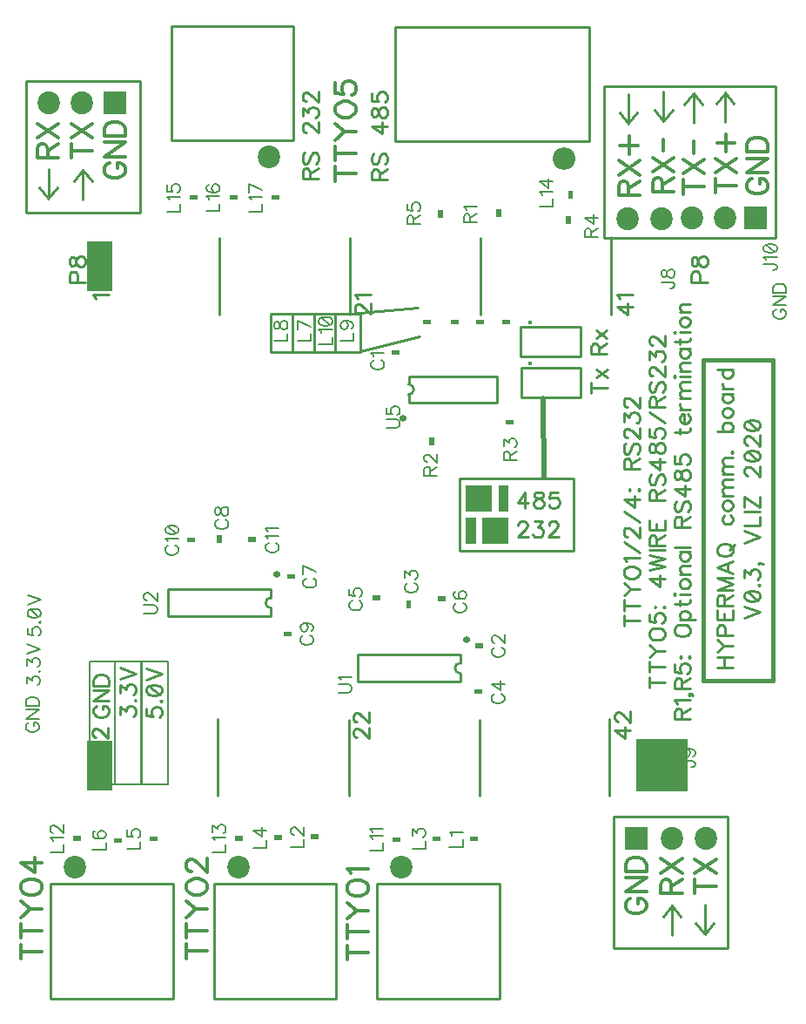
<source format=gto>
G04 DipTrace 3.3.1.3*
G04 Communicationboardv03.gto*
%MOMM*%
G04 #@! TF.FileFunction,Legend,Top*
G04 #@! TF.Part,Single*
%ADD10C,0.25*%
%ADD13C,0.508*%
%ADD14C,0.381*%
%ADD24C,0.254*%
%ADD25O,2.1853X2.242*%
%ADD26C,0.1778*%
%ADD32O,2.19548X2.19399*%
%ADD35O,2.19434X2.19459*%
%ADD38O,0.69724X0.69708*%
%ADD40C,0.41055*%
%ADD42O,0.69747X0.69708*%
%ADD68C,0.19608*%
%ADD69C,0.31373*%
%ADD70C,0.23529*%
%FSLAX35Y35*%
G04*
G71*
G90*
G75*
G01*
G04 TopSilk*
%LPD*%
G36*
X3402513Y3982020D2*
X3326314D1*
Y4027729D1*
X3402513D1*
Y3982020D1*
G37*
G36*
X4216253Y1133207D2*
X4140054D1*
Y1178915D1*
X4216253D1*
Y1133207D1*
G37*
G36*
X3515360Y1594103D2*
X3469651D1*
Y1517904D1*
X3515360D1*
Y1594103D1*
G37*
G36*
X4130690Y734950D2*
X4206889D1*
Y689241D1*
X4130690D1*
Y734950D1*
G37*
G36*
X3213103Y1596140D2*
X3136904D1*
Y1641849D1*
X3213103D1*
Y1596140D1*
G37*
G36*
X3847853Y1587470D2*
X3771654D1*
Y1633179D1*
X3847853D1*
Y1587470D1*
G37*
G36*
X2382910Y1803353D2*
X2306711D1*
Y1849062D1*
X2382910D1*
Y1803353D1*
G37*
G36*
X1674110Y2228853D2*
X1628401D1*
Y2152654D1*
X1674110D1*
Y2228853D1*
G37*
G36*
X2274767Y1289607D2*
X2350966D1*
Y1243898D1*
X2274767D1*
Y1289607D1*
G37*
G36*
X1413720Y2159443D2*
X1337521D1*
Y2205152D1*
X1413720D1*
Y2159443D1*
G37*
G36*
X2004126Y2165620D2*
X1927927D1*
Y2211329D1*
X2004126D1*
Y2165620D1*
G37*
X3359843Y7167042D2*
D10*
X5249964D1*
Y6057012D1*
X3359843D1*
Y7167042D1*
D32*
X5006681Y5889898D3*
X4372578Y-2270550D2*
D10*
X3182465D1*
Y-1160534D1*
X4372578D1*
Y-2270550D1*
D35*
X3422781Y-997426D3*
X2785078Y-2270550D2*
D10*
X1594965D1*
Y-1160534D1*
X2785078D1*
Y-2270550D1*
D35*
X1835281Y-997426D3*
X1197578Y-2270550D2*
D10*
X7465D1*
Y-1160534D1*
X1197578D1*
Y-2270550D1*
D35*
X247781Y-997426D3*
X1650748Y5120770D2*
D10*
Y4373119D1*
X2921811Y5113819D2*
Y4373119D1*
X4192875Y5113819D2*
Y4373119D1*
X5457615Y5123087D2*
Y4373119D1*
G36*
X360713Y5079835D2*
X607337D1*
Y4597878D1*
X360713D1*
Y5079835D1*
G37*
X1636335Y442867D2*
D10*
Y-304087D1*
X2910886Y436577D2*
Y-304087D1*
X4179591Y436577D2*
Y-304087D1*
X5442450Y445225D2*
Y-304087D1*
G36*
X5705545Y247873D2*
X6208350D1*
Y-260056D1*
X5705545D1*
Y247873D1*
G37*
G36*
X361783Y232147D2*
X607339D1*
Y-249834D1*
X361783D1*
Y232147D1*
G37*
X1182445Y7178520D2*
D10*
X2372558D1*
Y6068504D1*
X1182445D1*
Y7178520D1*
D35*
X2132242Y5905396D3*
G36*
X4089287Y-696863D2*
X4165486D1*
Y-742572D1*
X4089287D1*
Y-696863D1*
G37*
G36*
X2536180Y-676807D2*
X2612379D1*
Y-722515D1*
X2536180D1*
Y-676807D1*
G37*
G36*
X3720507Y-696863D2*
X3796706D1*
Y-742572D1*
X3720507D1*
Y-696863D1*
G37*
G36*
X2181237Y-685583D2*
X2257436D1*
Y-731292D1*
X2181237D1*
Y-685583D1*
G37*
G36*
X974910Y-699563D2*
X1051109D1*
Y-745272D1*
X974910D1*
Y-699563D1*
G37*
G36*
X621900Y-712940D2*
X698099D1*
Y-758649D1*
X621900D1*
Y-712940D1*
G37*
G36*
X3899370Y4320297D2*
X3975569D1*
Y4274588D1*
X3899370D1*
Y4320297D1*
G37*
G36*
X3632660Y4321867D2*
X3708859D1*
Y4276158D1*
X3632660D1*
Y4321867D1*
G37*
G36*
X4403340Y4324570D2*
X4479539D1*
Y4278861D1*
X4403340D1*
Y4324570D1*
G37*
G36*
X4149324Y4320527D2*
X4225523D1*
Y4274818D1*
X4149324D1*
Y4320527D1*
G37*
G36*
X3335477Y-707483D2*
X3411676D1*
Y-753192D1*
X3335477D1*
Y-707483D1*
G37*
G36*
X224897Y-694917D2*
X301096D1*
Y-740625D1*
X224897D1*
Y-694917D1*
G37*
G36*
X1804897Y-692973D2*
X1881096D1*
Y-738682D1*
X1804897D1*
Y-692973D1*
G37*
G36*
X5086940Y5574830D2*
X5041231D1*
Y5498631D1*
X5086940D1*
Y5574830D1*
G37*
G36*
X1438596Y5486327D2*
X1362397D1*
Y5532035D1*
X1438596D1*
Y5486327D1*
G37*
G36*
X1824553D2*
X1748354D1*
Y5532035D1*
X1824553D1*
Y5486327D1*
G37*
G36*
X2233033D2*
X2156834D1*
Y5532035D1*
X2233033D1*
Y5486327D1*
G37*
G36*
X4345133Y5319597D2*
X4390842D1*
Y5395796D1*
X4345133D1*
Y5319597D1*
G37*
G36*
X3739440Y3174363D2*
X3693731D1*
Y3098164D1*
X3739440D1*
Y3174363D1*
G37*
G36*
X4432844Y3348040D2*
X4509043D1*
Y3302331D1*
X4432844D1*
Y3348040D1*
G37*
G36*
X5023517Y5252710D2*
X5069225D1*
Y5328909D1*
X5023517D1*
Y5252710D1*
G37*
G36*
X3775943Y5309064D2*
X3821652D1*
Y5385263D1*
X3775943D1*
Y5309064D1*
G37*
X3992499Y1066740D2*
D10*
X2992535D1*
X3992499Y806260D2*
X2992535D1*
Y1066740D2*
Y806260D1*
X3992499Y1066740D2*
Y986820D1*
Y886180D2*
Y806260D1*
Y986820D2*
G03X3992499Y886180I268J-50320D01*
G01*
D38*
X4050530Y1210966D3*
X2150999Y1701740D2*
D10*
X1151035D1*
X2150999Y1441260D2*
X1151035D1*
Y1701740D2*
Y1441260D1*
X2150999Y1701740D2*
Y1621820D1*
Y1521180D2*
Y1441260D1*
Y1621820D2*
G03X2150999Y1521180I268J-50320D01*
G01*
D38*
X2209030Y1845966D3*
X4584500Y3859406D2*
D10*
X5162733D1*
Y3564497D1*
X4584500D1*
Y3859406D1*
D40*
X4671524Y3901001D3*
X4582930Y4256600D2*
D10*
X5161163D1*
Y3961690D1*
X4582930D1*
Y4256600D1*
D40*
X4669954Y4298194D3*
X3491574Y3514699D2*
D10*
X4351630D1*
X3491574Y3774735D2*
X4351630D1*
Y3514699D2*
Y3774735D1*
X3491574Y3514699D2*
Y3594693D1*
Y3694741D2*
Y3774735D1*
Y3594693D2*
G03X3491574Y3694741I68J50024D01*
G01*
D42*
X3432370Y3368327D3*
X5483897Y-507857D2*
D24*
X6593037D1*
Y-1781547D1*
X5483897D1*
Y-507857D1*
G36*
X5591407Y-603873D2*
X5814840D1*
Y-827303D1*
X5591407D1*
Y-603873D1*
G37*
D25*
X6051395Y-715750D3*
X6380105Y-718547D3*
X385790Y1000803D2*
D26*
X635057D1*
Y-193483D1*
X385790D1*
Y1000803D1*
X636177D2*
X897223D1*
Y-194293D1*
X636177D1*
Y1000803D1*
X891757D2*
X1148290D1*
Y-193483D1*
X891757D1*
Y1000803D1*
X6358537Y3933687D2*
D14*
X7033243D1*
Y817193D1*
X6358537D1*
Y3933687D1*
X2145550Y4383937D2*
D24*
X3017880D1*
Y4004917D1*
X2145550D1*
Y4383937D1*
X2357747Y4379143D2*
X2362807Y4007827D1*
X2573780Y4372660D2*
X2572173Y4005603D1*
X2779767Y4382443D2*
X2778523Y4016407D1*
X6048303Y-1652817D2*
Y-1399380D1*
X6052730Y-1372327D2*
X6139440Y-1476380D1*
X6050253Y-1367373D2*
X5963543Y-1476380D1*
X6373530Y-1362760D2*
Y-1616197D1*
X6369103Y-1643250D2*
X6282393Y-1539197D1*
X6371580Y-1648203D2*
X6458290Y-1539197D1*
X5396143Y6593103D2*
X7057840D1*
Y5117173D1*
X5396143D1*
Y6593103D1*
G36*
X6755980Y5424027D2*
X6979413D1*
Y5200597D1*
X6755980D1*
Y5424027D1*
G37*
D25*
X6244068Y5312150D3*
X6572778Y5309353D3*
X6262970Y6233353D2*
D24*
Y6486790D1*
X6258543Y6513843D2*
X6171833Y6409790D1*
X6261020Y6518797D2*
X6347730Y6409790D1*
X5626737Y6515633D2*
Y6262197D1*
X5631163Y6235143D2*
X5717873Y6339197D1*
X5628687Y6230190D2*
X5541977Y6339197D1*
D25*
X5621052Y5305373D3*
X5949762Y5302577D3*
X5967847Y6539960D2*
D24*
Y6286523D1*
X5972273Y6259470D2*
X6058983Y6363523D1*
X5969797Y6254517D2*
X5883087Y6363523D1*
X6572977Y6242130D2*
Y6495567D1*
X6568550Y6522620D2*
X6481840Y6418567D1*
X6571027Y6527573D2*
X6657737Y6418567D1*
X-227433Y6637800D2*
X881707D1*
Y5364110D1*
X-227433D1*
Y6637800D1*
G36*
X522650Y6541783D2*
X746083D1*
Y6318353D1*
X522650D1*
Y6541783D1*
G37*
D25*
X-13348Y6429907D3*
X315362Y6427110D3*
X318830Y5492840D2*
D24*
Y5746277D1*
X323257Y5773330D2*
X409967Y5669277D1*
X320780Y5778283D2*
X234070Y5669277D1*
X-12500Y5782897D2*
Y5529460D1*
X-16927Y5502407D2*
X-103637Y5606460D1*
X-14450Y5497453D2*
X72260Y5606460D1*
G36*
X4049517Y2712537D2*
X4144767D1*
Y2458537D1*
X4049517D1*
Y2712537D1*
G37*
G36*
X4208267D2*
X4303517D1*
Y2458537D1*
X4208267D1*
Y2712537D1*
G37*
G36*
X4367017D2*
X4462267D1*
Y2458537D1*
X4367017D1*
Y2712537D1*
G37*
X4804253Y2784587D2*
D13*
X4802553Y3560310D1*
G36*
X4113017Y2712537D2*
X4240017D1*
Y2458537D1*
X4113017D1*
Y2712537D1*
G37*
X3986017Y2776037D2*
D24*
X5099567D1*
Y2077537D1*
X3986017D1*
Y2776037D1*
G36*
X4049517Y2395037D2*
X4144767D1*
Y2141037D1*
X4049517D1*
Y2395037D1*
G37*
G36*
X4208267D2*
X4303517D1*
Y2141037D1*
X4208267D1*
Y2395037D1*
G37*
G36*
X4367017D2*
X4462267D1*
Y2141037D1*
X4367017D1*
Y2395037D1*
G37*
G36*
X4271767D2*
X4430517D1*
Y2141037D1*
X4271767D1*
Y2395037D1*
G37*
X3013463Y4392963D2*
D24*
X3580093Y4441303D1*
X3023120Y4016403D2*
X3599877Y4164320D1*
X3156163Y3929782D2*
D68*
X3144090Y3923746D1*
X3131877Y3911532D1*
X3125840Y3899459D1*
Y3875173D1*
X3131877Y3862959D1*
X3144090Y3850886D1*
X3156163Y3844709D1*
X3174413Y3838673D1*
X3204877D1*
X3222986Y3844709D1*
X3235200Y3850886D1*
X3247273Y3862959D1*
X3253450Y3875172D1*
Y3899459D1*
X3247273Y3911532D1*
X3235200Y3923745D1*
X3222986Y3929782D1*
X3150267Y3968998D2*
X3144090Y3981211D1*
X3125981Y3999461D1*
X3253450D1*
X4329123Y1138691D2*
X4317050Y1132654D1*
X4304837Y1120441D1*
X4298800Y1108368D1*
Y1084081D1*
X4304837Y1071868D1*
X4317050Y1059795D1*
X4329123Y1053618D1*
X4347373Y1047581D1*
X4377837D1*
X4395946Y1053618D1*
X4408160Y1059795D1*
X4420233Y1071868D1*
X4426410Y1084081D1*
Y1108367D1*
X4420233Y1120441D1*
X4408160Y1132654D1*
X4395946Y1138691D1*
X4329264Y1184083D2*
X4323227D1*
X4311014Y1190120D1*
X4304977Y1196156D1*
X4298941Y1208370D1*
Y1232656D1*
X4304977Y1244729D1*
X4311014Y1250766D1*
X4323227Y1256943D1*
X4335300D1*
X4347514Y1250766D1*
X4365623Y1238693D1*
X4426410Y1177906D1*
Y1262979D1*
X3481938Y1762564D2*
X3469865Y1756527D1*
X3457652Y1744314D1*
X3451615Y1732241D1*
Y1707954D1*
X3457652Y1695741D1*
X3469865Y1683668D1*
X3481938Y1677491D1*
X3500188Y1671454D1*
X3530652D1*
X3548761Y1677491D1*
X3560975Y1683668D1*
X3573048Y1695741D1*
X3579225Y1707954D1*
Y1732241D1*
X3573048Y1744314D1*
X3560975Y1756527D1*
X3548761Y1762564D1*
X3451756Y1813993D2*
Y1880676D1*
X3500329Y1844316D1*
Y1862566D1*
X3506365Y1874639D1*
X3512402Y1880676D1*
X3530652Y1886853D1*
X3542725D1*
X3560975Y1880676D1*
X3573188Y1868603D1*
X3579225Y1850353D1*
Y1832103D1*
X3573188Y1813993D1*
X3567011Y1807956D1*
X3554938Y1801780D1*
X4326290Y685799D2*
X4314217Y679763D1*
X4302003Y667549D1*
X4295967Y655476D1*
Y631190D1*
X4302003Y618976D1*
X4314217Y606903D1*
X4326290Y600726D1*
X4344540Y594690D1*
X4375003D1*
X4393113Y600726D1*
X4405326Y606903D1*
X4417400Y618976D1*
X4423576Y631189D1*
Y655476D1*
X4417400Y667549D1*
X4405326Y679762D1*
X4393113Y685799D1*
X4423576Y785801D2*
X4296107D1*
X4381040Y725015D1*
Y816124D1*
X2942363Y1590991D2*
X2930290Y1584954D1*
X2918077Y1572741D1*
X2912040Y1560668D1*
Y1536381D1*
X2918077Y1524168D1*
X2930290Y1512095D1*
X2942363Y1505918D1*
X2960613Y1499881D1*
X2991077D1*
X3009186Y1505918D1*
X3021400Y1512095D1*
X3033473Y1524168D1*
X3039650Y1536381D1*
Y1560667D1*
X3033473Y1572741D1*
X3021400Y1584954D1*
X3009186Y1590991D1*
X2912181Y1703066D2*
Y1642420D1*
X2966790Y1636383D1*
X2960754Y1642420D1*
X2954577Y1660670D1*
Y1678779D1*
X2960754Y1697029D1*
X2972827Y1709243D1*
X2991077Y1715279D1*
X3003150D1*
X3021400Y1709243D1*
X3033613Y1697029D1*
X3039650Y1678779D1*
Y1660670D1*
X3033613Y1642420D1*
X3027436Y1636383D1*
X3015363Y1630206D1*
X3956337Y1569432D2*
X3944264Y1563396D1*
X3932050Y1551183D1*
X3926013Y1539109D1*
Y1514823D1*
X3932050Y1502609D1*
X3944263Y1490536D1*
X3956336Y1484359D1*
X3974586Y1478323D1*
X4005050D1*
X4023160Y1484359D1*
X4035373Y1490536D1*
X4047446Y1502609D1*
X4053623Y1514823D1*
Y1539109D1*
X4047446Y1551182D1*
X4035373Y1563396D1*
X4023160Y1569432D1*
X3944264Y1681508D2*
X3932190Y1675471D1*
X3926154Y1657221D1*
Y1645148D1*
X3932190Y1626898D1*
X3950440Y1614685D1*
X3980764Y1608648D1*
X4011087D1*
X4035373Y1614685D1*
X4047587Y1626898D1*
X4053623Y1645148D1*
Y1651184D1*
X4047587Y1669294D1*
X4035373Y1681508D1*
X4017123Y1687544D1*
X4011087D1*
X3992837Y1681508D1*
X3980764Y1669294D1*
X3974727Y1651185D1*
Y1645148D1*
X3980764Y1626898D1*
X3992837Y1614685D1*
X4011087Y1608648D1*
X2495780Y1808837D2*
X2483707Y1802801D1*
X2471493Y1790587D1*
X2465457Y1778514D1*
Y1754228D1*
X2471493Y1742014D1*
X2483707Y1729941D1*
X2495780Y1723764D1*
X2514030Y1717728D1*
X2544493D1*
X2562603Y1723764D1*
X2574816Y1729941D1*
X2586890Y1742014D1*
X2593066Y1754228D1*
Y1778514D1*
X2586890Y1790587D1*
X2574816Y1802801D1*
X2562603Y1808837D1*
X2593066Y1872339D2*
X2465597Y1933126D1*
Y1848053D1*
X1639658Y2379831D2*
X1627585Y2373794D1*
X1615372Y2361581D1*
X1609335Y2349508D1*
Y2325221D1*
X1615372Y2313008D1*
X1627585Y2300935D1*
X1639658Y2294758D1*
X1657908Y2288721D1*
X1688372D1*
X1706481Y2294758D1*
X1718695Y2300935D1*
X1730768Y2313008D1*
X1736945Y2325221D1*
Y2349508D1*
X1730768Y2361581D1*
X1718695Y2373794D1*
X1706481Y2379831D1*
X1609476Y2449370D2*
X1615512Y2431260D1*
X1627585Y2425083D1*
X1639799D1*
X1651872Y2431260D1*
X1658049Y2443333D1*
X1664085Y2467619D1*
X1670122Y2485869D1*
X1682335Y2497943D1*
X1694408Y2503979D1*
X1712658D1*
X1724731Y2497942D1*
X1730908Y2491906D1*
X1736945Y2473656D1*
Y2449369D1*
X1730908Y2431260D1*
X1724731Y2425083D1*
X1712658Y2419046D1*
X1694408D1*
X1682335Y2425083D1*
X1670122Y2437296D1*
X1664085Y2455406D1*
X1658049Y2479693D1*
X1651872Y2491906D1*
X1639799Y2497943D1*
X1627585D1*
X1615512Y2491906D1*
X1609476Y2473656D1*
Y2449370D1*
X2465977Y1253962D2*
X2453904Y1247926D1*
X2441690Y1235712D1*
X2435653Y1223639D1*
Y1199353D1*
X2441690Y1187139D1*
X2453903Y1175066D1*
X2465976Y1168889D1*
X2484226Y1162853D1*
X2514690D1*
X2532800Y1168889D1*
X2545013Y1175066D1*
X2557086Y1187139D1*
X2563263Y1199353D1*
Y1223639D1*
X2557086Y1235712D1*
X2545013Y1247926D1*
X2532800Y1253962D1*
X2478190Y1372214D2*
X2496440Y1366037D1*
X2508654Y1353964D1*
X2514690Y1335714D1*
Y1329678D1*
X2508654Y1311428D1*
X2496440Y1299355D1*
X2478190Y1293178D1*
X2472154D1*
X2453904Y1299355D1*
X2441830Y1311428D1*
X2435794Y1329678D1*
Y1335714D1*
X2441830Y1353964D1*
X2453904Y1366037D1*
X2478190Y1372214D1*
X2508654D1*
X2538977Y1366037D1*
X2557227Y1353964D1*
X2563263Y1335714D1*
Y1323641D1*
X2557227Y1305391D1*
X2545013Y1299355D1*
X1154367Y2130088D2*
X1142294Y2124051D1*
X1130080Y2111838D1*
X1124043Y2099765D1*
Y2075478D1*
X1130080Y2063265D1*
X1142293Y2051192D1*
X1154366Y2045015D1*
X1172616Y2038978D1*
X1203080D1*
X1221190Y2045015D1*
X1233403Y2051192D1*
X1245476Y2063265D1*
X1251653Y2075478D1*
Y2099765D1*
X1245476Y2111838D1*
X1233403Y2124051D1*
X1221190Y2130088D1*
X1148470Y2169303D2*
X1142294Y2181517D1*
X1124184Y2199767D1*
X1251653D1*
X1124184Y2275482D2*
X1130220Y2257232D1*
X1148470Y2245019D1*
X1178794Y2238982D1*
X1197044D1*
X1227367Y2245019D1*
X1245617Y2257232D1*
X1251653Y2275482D1*
Y2287555D1*
X1245617Y2305805D1*
X1227367Y2317879D1*
X1197043Y2324055D1*
X1178794D1*
X1148470Y2317879D1*
X1130220Y2305806D1*
X1124184Y2287556D1*
Y2275482D1*
X1148470Y2317879D2*
X1227367Y2245019D1*
X2131190Y2154793D2*
X2119117Y2148756D1*
X2106903Y2136543D1*
X2100867Y2124470D1*
Y2100183D1*
X2106903Y2087970D1*
X2119117Y2075897D1*
X2131190Y2069720D1*
X2149440Y2063683D1*
X2179903D1*
X2198013Y2069720D1*
X2210226Y2075896D1*
X2222300Y2087970D1*
X2228476Y2100183D1*
Y2124469D1*
X2222300Y2136542D1*
X2210226Y2148756D1*
X2198013Y2154792D1*
X2125294Y2194008D2*
X2119117Y2206222D1*
X2101007Y2224472D1*
X2228476D1*
X2125294Y2263687D2*
X2119117Y2275901D1*
X2101007Y2294151D1*
X2228476D1*
X-202910Y408003D2*
X-214983Y401966D1*
X-227197Y389753D1*
X-233233Y377680D1*
Y353393D1*
X-227197Y341180D1*
X-214983Y329107D1*
X-202910Y322930D1*
X-184660Y316893D1*
X-154197D1*
X-136087Y322930D1*
X-123874Y329107D1*
X-111800Y341180D1*
X-105624Y353393D1*
Y377680D1*
X-111800Y389753D1*
X-123874Y401966D1*
X-136087Y408003D1*
X-154197D1*
Y377680D1*
X-233233Y532292D2*
X-105624Y532291D1*
X-233233Y447219D1*
X-105624Y447218D1*
X-233233Y571507D2*
X-105624D1*
Y614044D1*
X-111801Y632294D1*
X-123874Y644507D1*
X-136087Y650544D1*
X-154197Y656580D1*
X-184660D1*
X-202910Y650544D1*
X-214983Y644507D1*
X-227197Y632294D1*
X-233233Y614044D1*
Y571507D1*
X-221650Y786714D2*
X-221649Y853397D1*
X-173076Y817037D1*
Y835287D1*
X-167040Y847360D1*
X-161003Y853397D1*
X-142753Y859574D1*
X-130680Y859573D1*
X-112430Y853397D1*
X-100217Y841323D1*
X-94180Y823073D1*
Y804824D1*
X-100217Y786714D1*
X-106394Y780678D1*
X-118467Y774501D1*
X-106394Y904826D2*
X-100217Y898789D1*
X-94180Y904826D1*
X-100217Y911003D1*
X-106394Y904826D1*
X-221649Y962432D2*
Y1029114D1*
X-173076Y992755D1*
Y1011005D1*
X-167040Y1023078D1*
X-161003Y1029114D1*
X-142753Y1035291D1*
X-130680D1*
X-112430Y1029114D1*
X-100217Y1017041D1*
X-94180Y998791D1*
Y980541D1*
X-100217Y962432D1*
X-106394Y956395D1*
X-118467Y950218D1*
X-221790Y1074507D2*
X-94180Y1123080D1*
X-221790Y1171653D1*
X-216036Y1325437D2*
Y1264791D1*
X-161427Y1258754D1*
X-167463Y1264791D1*
X-173640Y1283041D1*
Y1301150D1*
X-167463Y1319400D1*
X-155390Y1331614D1*
X-137140Y1337650D1*
X-125067D1*
X-106817Y1331614D1*
X-94603Y1319400D1*
X-88567Y1301150D1*
Y1283041D1*
X-94603Y1264791D1*
X-100780Y1258754D1*
X-112854Y1252577D1*
X-100780Y1382902D2*
X-94603Y1376866D1*
X-88567Y1382902D1*
X-94603Y1389079D1*
X-100780Y1382902D1*
X-216036Y1464795D2*
X-210000Y1446545D1*
X-191750Y1434332D1*
X-161426Y1428295D1*
X-143176D1*
X-112853Y1434331D1*
X-94603Y1446545D1*
X-88567Y1464795D1*
Y1476868D1*
X-94603Y1495118D1*
X-112853Y1507191D1*
X-143176Y1513368D1*
X-161426D1*
X-191750Y1507191D1*
X-210000Y1495118D1*
X-216036Y1476868D1*
Y1464795D1*
X-191750Y1507191D2*
X-112853Y1434331D1*
X-216176Y1552584D2*
X-88567Y1601157D1*
X-216176Y1649730D1*
X5950913Y4689026D2*
X6048060D1*
X6066310Y4682989D1*
X6072346Y4676812D1*
X6078523Y4664739D1*
Y4652526D1*
X6072346Y4640453D1*
X6066310Y4634416D1*
X6048060Y4628240D1*
X6035986D1*
X5951054Y4758565D2*
X5957090Y4740455D1*
X5969164Y4734278D1*
X5981377D1*
X5993450Y4740455D1*
X5999627Y4752528D1*
X6005664Y4776815D1*
X6011700Y4795065D1*
X6023914Y4807138D1*
X6035987Y4813174D1*
X6054237D1*
X6066310Y4807138D1*
X6072487Y4801101D1*
X6078523Y4782851D1*
Y4758565D1*
X6072487Y4740455D1*
X6066310Y4734278D1*
X6054237Y4728242D1*
X6035987D1*
X6023914Y4734278D1*
X6011700Y4746492D1*
X6005664Y4764601D1*
X5999627Y4788888D1*
X5993450Y4801101D1*
X5981377Y4807138D1*
X5969164D1*
X5957090Y4801101D1*
X5951054Y4782851D1*
Y4758565D1*
X6149927Y35901D2*
X6247073D1*
X6265323Y29864D1*
X6271360Y23687D1*
X6277536Y11614D1*
Y-599D1*
X6271359Y-12672D1*
X6265323Y-18709D1*
X6247073Y-24886D1*
X6235000D1*
X6192463Y154153D2*
X6210713Y147976D1*
X6222927Y135903D1*
X6228963Y117653D1*
Y111616D1*
X6222927Y93366D1*
X6210713Y81293D1*
X6192463Y75116D1*
X6186427D1*
X6168177Y81293D1*
X6156104Y93366D1*
X6150067Y111616D1*
Y117653D1*
X6156104Y135903D1*
X6168177Y147976D1*
X6192463Y154153D1*
X6222927D1*
X6253250Y147976D1*
X6271500Y135903D1*
X6277536Y117653D1*
Y105580D1*
X6271500Y87330D1*
X6259286Y81293D1*
X6945460Y4863346D2*
X7042606D1*
X7060856Y4857310D1*
X7066893Y4851133D1*
X7073070Y4839060D1*
Y4826846D1*
X7066893Y4814773D1*
X7060856Y4808737D1*
X7042606Y4802560D1*
X7030533D1*
X6969887Y4902562D2*
X6963710Y4914775D1*
X6945601Y4933025D1*
X7073070D1*
X6945601Y5008741D2*
X6951637Y4990491D1*
X6969887Y4978277D1*
X7000210Y4972241D1*
X7018460D1*
X7048783Y4978277D1*
X7067033Y4990491D1*
X7073070Y5008741D1*
Y5020814D1*
X7067033Y5039064D1*
X7048783Y5051137D1*
X7018460Y5057314D1*
X7000210D1*
X6969887Y5051137D1*
X6951637Y5039064D1*
X6945601Y5020814D1*
Y5008741D1*
X6969887Y5051137D2*
X7048783Y4978277D1*
X7065590Y4423873D2*
X7053517Y4417836D1*
X7041303Y4405623D1*
X7035267Y4393550D1*
Y4369263D1*
X7041303Y4357050D1*
X7053517Y4344977D1*
X7065590Y4338800D1*
X7083840Y4332763D1*
X7114303D1*
X7132413Y4338800D1*
X7144626Y4344977D1*
X7156700Y4357050D1*
X7162876Y4369263D1*
Y4393550D1*
X7156700Y4405623D1*
X7144626Y4417836D1*
X7132413Y4423873D1*
X7114303D1*
Y4393550D1*
X7035267Y4548162D2*
X7162876Y4548161D1*
X7035267Y4463089D1*
X7162876Y4463088D1*
X7035267Y4587377D2*
X7162876D1*
Y4629914D1*
X7156699Y4648164D1*
X7144626Y4660377D1*
X7132413Y4666414D1*
X7114303Y4672450D1*
X7083840D1*
X7065590Y4666414D1*
X7053517Y4660377D1*
X7041303Y4648164D1*
X7035267Y4629914D1*
Y4587377D1*
X3889057Y-800826D2*
X4016666D1*
Y-727966D1*
X3913484Y-688751D2*
X3907307Y-676537D1*
X3889197Y-658287D1*
X4016666D1*
X2346777Y-801547D2*
X2474386D1*
Y-728688D1*
X2377240Y-683295D2*
X2371204D1*
X2358990Y-677259D1*
X2352954Y-671222D1*
X2346917Y-659009D1*
Y-634722D1*
X2352954Y-622649D1*
X2358990Y-616612D1*
X2371204Y-610436D1*
X2383277D1*
X2395490Y-616612D1*
X2413600Y-628686D1*
X2474386Y-689472D1*
Y-604399D1*
X3526727Y-817511D2*
X3654336D1*
Y-744651D1*
X3526867Y-693222D2*
Y-626539D1*
X3575440Y-662899D1*
Y-644649D1*
X3581477Y-632576D1*
X3587513Y-626539D1*
X3605763Y-620362D1*
X3617836D1*
X3636086Y-626539D1*
X3648300Y-638612D1*
X3654336Y-656862D1*
Y-675112D1*
X3648300Y-693222D1*
X3642123Y-699259D1*
X3630050Y-705435D1*
X1982367Y-809249D2*
X2109976D1*
Y-736389D1*
Y-636387D2*
X1982507D1*
X2067440Y-697174D1*
Y-606064D1*
X754797Y-820211D2*
X882406D1*
Y-747351D1*
X754937Y-635276D2*
Y-695922D1*
X809547Y-701958D1*
X803510Y-695922D1*
X797333Y-677672D1*
Y-659562D1*
X803510Y-641312D1*
X815583Y-629099D1*
X833833Y-623062D1*
X845906D1*
X864156Y-629099D1*
X876370Y-641312D1*
X882406Y-659562D1*
Y-677672D1*
X876370Y-695922D1*
X870193Y-701959D1*
X858120Y-708135D1*
X417720Y-830499D2*
X545330D1*
Y-757639D1*
X435970Y-645564D2*
X423897Y-651601D1*
X417861Y-669851D1*
Y-681924D1*
X423897Y-700174D1*
X442147Y-712387D1*
X472470Y-718424D1*
X502793D1*
X527080Y-712387D1*
X539293Y-700174D1*
X545330Y-681924D1*
Y-675887D1*
X539293Y-657778D1*
X527080Y-645564D1*
X508830Y-639528D1*
X502793D1*
X484543Y-645564D1*
X472470Y-657777D1*
X466434Y-675887D1*
Y-681924D1*
X472470Y-700174D1*
X484543Y-712387D1*
X502793Y-718424D1*
X2410330Y4115873D2*
X2537940D1*
Y4188732D1*
Y4252234D2*
X2410471Y4313021D1*
Y4227948D1*
X2185430Y4114506D2*
X2313040D1*
Y4187366D1*
X2185571Y4256905D2*
X2191607Y4238795D1*
X2203680Y4232618D1*
X2215894D1*
X2227967Y4238795D1*
X2234144Y4250868D1*
X2240180Y4275155D1*
X2246217Y4293404D1*
X2258430Y4305478D1*
X2270503Y4311514D1*
X2288753D1*
X2300826Y4305477D1*
X2307003Y4299441D1*
X2313040Y4281191D1*
Y4256904D1*
X2307003Y4238795D1*
X2300826Y4232618D1*
X2288753Y4226581D1*
X2270503D1*
X2258430Y4232618D1*
X2246217Y4244831D1*
X2240180Y4262941D1*
X2234144Y4287228D1*
X2227967Y4299441D1*
X2215894Y4305478D1*
X2203680D1*
X2191607Y4299441D1*
X2185571Y4281191D1*
Y4256905D1*
X2825520Y4117948D2*
X2953130D1*
Y4190807D1*
X2868057Y4309059D2*
X2886307Y4302882D1*
X2898520Y4290809D1*
X2904557Y4272559D1*
Y4266523D1*
X2898520Y4248273D1*
X2886307Y4236200D1*
X2868057Y4230023D1*
X2862020D1*
X2843770Y4236200D1*
X2831697Y4248273D1*
X2825661Y4266523D1*
Y4272559D1*
X2831697Y4290809D1*
X2843770Y4302882D1*
X2868057Y4309059D1*
X2898520D1*
X2928843Y4302882D1*
X2947093Y4290809D1*
X2953130Y4272559D1*
Y4260486D1*
X2947093Y4242236D1*
X2934880Y4236200D1*
X2618960Y4082567D2*
X2746570D1*
Y4155426D1*
X2643387Y4194642D2*
X2637210Y4206855D1*
X2619101Y4225105D1*
X2746570D1*
X2619101Y4300821D2*
X2625137Y4282571D1*
X2643387Y4270357D1*
X2673710Y4264321D1*
X2691960D1*
X2722283Y4270357D1*
X2740533Y4282571D1*
X2746570Y4300821D1*
Y4312894D1*
X2740533Y4331144D1*
X2722283Y4343217D1*
X2691960Y4349394D1*
X2673710D1*
X2643387Y4343217D1*
X2625137Y4331144D1*
X2619101Y4312894D1*
Y4300821D1*
X2643387Y4343217D2*
X2722283Y4270357D1*
X3115363Y-835665D2*
X3242973D1*
Y-762806D1*
X3139790Y-723590D2*
X3133614Y-711377D1*
X3115504Y-693127D1*
X3242973D1*
X3139790Y-653911D2*
X3133614Y-641698D1*
X3115504Y-623448D1*
X3242973D1*
X4783Y-850403D2*
X132393D1*
Y-777544D1*
X29210Y-738328D2*
X23034Y-726115D1*
X4924Y-707865D1*
X132393D1*
X35247Y-662472D2*
X29210D1*
X16997Y-656436D1*
X10960Y-650399D1*
X4924Y-638186D1*
Y-613899D1*
X10960Y-601826D1*
X16997Y-595790D1*
X29210Y-589613D1*
X41284D1*
X53497Y-595790D1*
X71607Y-607863D1*
X132393Y-668649D1*
Y-583576D1*
X1584783Y-848460D2*
X1712393D1*
Y-775601D1*
X1609210Y-736385D2*
X1603034Y-724171D1*
X1584924Y-705921D1*
X1712393Y-705922D1*
X1584924Y-654492D2*
Y-587810D1*
X1633497Y-624169D1*
Y-605919D1*
X1639534Y-593846D1*
X1645570Y-587810D1*
X1663820Y-581633D1*
X1675893D1*
X1694143Y-587810D1*
X1706357Y-599883D1*
X1712393Y-618133D1*
Y-636383D1*
X1706357Y-654492D1*
X1700180Y-660529D1*
X1688107Y-666706D1*
X4762792Y5421592D2*
X4890401D1*
Y5494451D1*
X4787219Y5533667D2*
X4781042Y5545880D1*
X4762932Y5564130D1*
X4890401D1*
Y5664132D2*
X4762932D1*
X4847865Y5603346D1*
Y5694455D1*
X1140143Y5374987D2*
X1267753D1*
Y5447846D1*
X1164570Y5487062D2*
X1158394Y5499275D1*
X1140284Y5517525D1*
X1267753D1*
X1140284Y5629600D2*
Y5568954D1*
X1194894Y5562918D1*
X1188857Y5568954D1*
X1182680Y5587204D1*
Y5605314D1*
X1188857Y5623564D1*
X1200930Y5635777D1*
X1219180Y5641814D1*
X1231253D1*
X1249503Y5635777D1*
X1261717Y5623564D1*
X1267753Y5605314D1*
Y5587204D1*
X1261717Y5568954D1*
X1255540Y5562918D1*
X1243467Y5556741D1*
X1526100Y5378075D2*
X1653710D1*
Y5450934D1*
X1550527Y5490150D2*
X1544350Y5502364D1*
X1526241Y5520614D1*
X1653710Y5520613D1*
X1544350Y5632689D2*
X1532277Y5626652D1*
X1526241Y5608402D1*
Y5596329D1*
X1532277Y5578079D1*
X1550527Y5565866D1*
X1580850Y5559829D1*
X1611173D1*
X1635460Y5565866D1*
X1647673Y5578079D1*
X1653710Y5596329D1*
Y5602366D1*
X1647673Y5620475D1*
X1635460Y5632689D1*
X1617210Y5638725D1*
X1611173D1*
X1592923Y5632689D1*
X1580850Y5620475D1*
X1574814Y5602366D1*
Y5596329D1*
X1580850Y5578079D1*
X1592923Y5565866D1*
X1611173Y5559829D1*
X1934580Y5374987D2*
X2062190D1*
Y5447846D1*
X1959007Y5487062D2*
X1952830Y5499275D1*
X1934721Y5517525D1*
X2062190D1*
Y5581027D2*
X1934721Y5641814D1*
Y5556741D1*
X4088548Y5266351D2*
Y5320960D1*
X4082371Y5339210D1*
X4076335Y5345387D1*
X4064262Y5351424D1*
X4052048D1*
X4039975Y5345387D1*
X4033798Y5339210D1*
X4027762Y5320960D1*
Y5266351D1*
X4155371D1*
X4088548Y5308887D2*
X4155371Y5351424D1*
X4052189Y5390640D2*
X4046012Y5402853D1*
X4027902Y5421103D1*
X4155371D1*
X3701432Y2809336D2*
Y2863946D1*
X3695255Y2882196D1*
X3689218Y2888373D1*
X3677145Y2894409D1*
X3664932D1*
X3652859Y2888373D1*
X3646682Y2882196D1*
X3640645Y2863946D1*
Y2809336D1*
X3768255D1*
X3701432Y2851873D2*
X3768255Y2894409D1*
X3671109Y2939802D2*
X3665072D1*
X3652859Y2945838D1*
X3646822Y2951875D1*
X3640786Y2964088D1*
Y2988375D1*
X3646822Y3000448D1*
X3652859Y3006484D1*
X3665072Y3012661D1*
X3677145D1*
X3689359Y3006484D1*
X3707468Y2994411D1*
X3768255Y2933625D1*
Y3018698D1*
X4477033Y2957313D2*
Y3011922D1*
X4470856Y3030172D1*
X4464820Y3036349D1*
X4452747Y3042386D1*
X4440533D1*
X4428460Y3036349D1*
X4422283Y3030172D1*
X4416247Y3011922D1*
Y2957313D1*
X4543856D1*
X4477033Y2999849D2*
X4543856Y3042386D1*
X4416387Y3093815D2*
Y3160497D1*
X4464960Y3124138D1*
Y3142388D1*
X4470997Y3154461D1*
X4477033Y3160497D1*
X4495283Y3166674D1*
X4507356D1*
X4525606Y3160497D1*
X4537820Y3148424D1*
X4543856Y3130174D1*
Y3111924D1*
X4537820Y3093815D1*
X4531643Y3087778D1*
X4519570Y3081601D1*
X5265882Y5126091D2*
Y5180701D1*
X5259705Y5198951D1*
X5253668Y5205128D1*
X5241595Y5211164D1*
X5229382D1*
X5217309Y5205128D1*
X5211132Y5198951D1*
X5205095Y5180701D1*
Y5126091D1*
X5332705D1*
X5265882Y5168628D2*
X5332705Y5211164D1*
Y5311166D2*
X5205236D1*
X5290168Y5250380D1*
Y5341489D1*
X3539565Y5252669D2*
Y5307279D1*
X3533388Y5325529D1*
X3527352Y5331706D1*
X3515279Y5337742D1*
X3503065D1*
X3490992Y5331706D1*
X3484815Y5325529D1*
X3478778Y5307279D1*
Y5252669D1*
X3606388D1*
X3539565Y5295206D2*
X3606388Y5337742D1*
X3478919Y5449818D2*
Y5389172D1*
X3533529Y5383135D1*
X3527492Y5389171D1*
X3521315Y5407421D1*
Y5425531D1*
X3527492Y5443781D1*
X3539565Y5455994D1*
X3557815Y5462031D1*
X3569888D1*
X3588138Y5455994D1*
X3600352Y5443781D1*
X3606388Y5425531D1*
Y5407421D1*
X3600352Y5389171D1*
X3594175Y5383135D1*
X3582102Y5376958D1*
X2807488Y697458D2*
X2898598D1*
X2916848Y703494D1*
X2928921Y715708D1*
X2935098Y733957D1*
Y746030D1*
X2928921Y764280D1*
X2916848Y776494D1*
X2898598Y782530D1*
X2807489Y782531D1*
X2831915Y821746D2*
X2825739Y833960D1*
X2807629Y852210D1*
X2935098Y852209D1*
X916758Y1464873D2*
X1007868D1*
X1026118Y1470909D1*
X1038191Y1483123D1*
X1044368Y1501373D1*
Y1513446D1*
X1038191Y1531696D1*
X1026118Y1543909D1*
X1007868Y1549946D1*
X916759D1*
X947222Y1595338D2*
X941185D1*
X928972Y1601375D1*
X922935Y1607411D1*
X916899Y1619625D1*
Y1643911D1*
X922935Y1655984D1*
X928972Y1662021D1*
X941185Y1668198D1*
X953259D1*
X965472Y1662021D1*
X983582Y1649948D1*
X1044368Y1589161D1*
Y1674234D1*
X3277680Y3272319D2*
X3368790D1*
X3387040Y3278356D1*
X3399113Y3290569D1*
X3405290Y3308819D1*
Y3320892D1*
X3399113Y3339142D1*
X3387040Y3351356D1*
X3368790Y3357392D1*
X3277680D1*
X3277821Y3469468D2*
Y3408822D1*
X3332430Y3402785D1*
X3326394Y3408821D1*
X3320217Y3427071D1*
Y3445181D1*
X3326394Y3463431D1*
X3338467Y3475644D1*
X3356717Y3481681D1*
X3368790D1*
X3387040Y3475644D1*
X3399253Y3463431D1*
X3405290Y3445181D1*
Y3427071D1*
X3399253Y3408821D1*
X3393076Y3402785D1*
X3381003Y3396608D1*
X-281396Y-1813865D2*
D69*
X-77221D1*
X-281397Y-1881923D2*
X-281396Y-1745807D1*
Y-1615003D2*
X-77221D1*
X-281396Y-1683061D2*
Y-1546945D1*
Y-1484200D2*
X-184138Y-1406483D1*
X-77221D1*
X-281396Y-1328766D2*
X-184138Y-1406483D1*
X-281396Y-1207621D2*
X-271738Y-1227162D1*
X-252196Y-1246479D1*
X-232880Y-1256362D1*
X-203680Y-1266021D1*
X-154938D1*
X-125963Y-1256362D1*
X-106421Y-1246479D1*
X-87104Y-1227162D1*
X-77221Y-1207621D1*
Y-1168762D1*
X-87104Y-1149445D1*
X-106421Y-1129904D1*
X-125963Y-1120245D1*
X-154938Y-1110587D1*
X-203680D1*
X-232880Y-1120245D1*
X-252196Y-1129904D1*
X-271738Y-1149445D1*
X-281396Y-1168762D1*
Y-1207621D1*
X-77221Y-950583D2*
X-281172D1*
X-145280Y-1047842D1*
Y-902066D1*
X1327054Y-1812868D2*
X1531229D1*
X1327053Y-1880927D2*
X1327054Y-1744810D1*
Y-1614006D2*
X1531229Y-1614007D1*
X1327054Y-1682065D2*
Y-1545948D1*
Y-1483203D2*
X1424312Y-1405486D1*
X1531229D1*
X1327054Y-1327769D2*
X1424312Y-1405486D1*
X1327054Y-1206624D2*
X1336712Y-1226166D1*
X1356254Y-1245482D1*
X1375570Y-1255366D1*
X1404770Y-1265024D1*
X1453512D1*
X1482487Y-1255366D1*
X1502029Y-1245483D1*
X1521346Y-1226166D1*
X1531229Y-1206624D1*
Y-1167766D1*
X1521346Y-1148449D1*
X1502029Y-1128907D1*
X1482487Y-1119249D1*
X1453512Y-1109590D1*
X1404770D1*
X1375570Y-1119249D1*
X1356254Y-1128907D1*
X1336712Y-1148449D1*
X1327054Y-1167766D1*
Y-1206624D1*
X1375795Y-1036962D2*
X1366137D1*
X1346595Y-1027304D1*
X1336937Y-1017645D1*
X1327278Y-998104D1*
Y-959245D1*
X1336937Y-939928D1*
X1346595Y-930270D1*
X1366137Y-920387D1*
X1385454D1*
X1404995Y-930270D1*
X1433970Y-949587D1*
X1531229Y-1046845D1*
Y-910728D1*
X2891734Y-1825255D2*
X3095909D1*
X2891733Y-1893313D2*
X2891734Y-1757197D1*
Y-1626393D2*
X3095909D1*
X2891734Y-1694451D2*
Y-1558335D1*
Y-1495590D2*
X2988992Y-1417873D1*
X3095909D1*
X2891734Y-1340156D2*
X2988992Y-1417873D1*
X2891734Y-1219011D2*
X2901392Y-1238552D1*
X2920934Y-1257869D1*
X2940250Y-1267752D1*
X2969450Y-1277411D1*
X3018192D1*
X3047167Y-1267752D1*
X3066709Y-1257869D1*
X3086026Y-1238552D1*
X3095909Y-1219011D1*
Y-1180152D1*
X3086026Y-1160835D1*
X3066709Y-1141294D1*
X3047167Y-1131635D1*
X3018192Y-1121977D1*
X2969450D1*
X2940250Y-1131635D1*
X2920934Y-1141294D1*
X2901392Y-1160835D1*
X2891734Y-1180152D1*
Y-1219011D1*
X2930817Y-1059232D2*
X2920934Y-1039690D1*
X2891958Y-1010490D1*
X3095909D1*
X2773920Y5739582D2*
X2978096D1*
X2773920Y5671523D2*
Y5807640D1*
Y5938444D2*
X2978096Y5938443D1*
X2773920Y5870385D2*
Y6006502D1*
Y6069247D2*
X2871179Y6146964D1*
X2978096D1*
X2773920Y6224681D2*
X2871179Y6146964D1*
X2773920Y6345826D2*
X2783579Y6326284D1*
X2803120Y6306968D1*
X2822437Y6297084D1*
X2851637Y6287426D1*
X2900379D1*
X2929354Y6297084D1*
X2948896Y6306967D1*
X2968212Y6326284D1*
X2978096Y6345826D1*
Y6384684D1*
X2968212Y6404001D1*
X2948896Y6423543D1*
X2929354Y6433201D1*
X2900379Y6442860D1*
X2851637D1*
X2822437Y6433201D1*
X2803120Y6423543D1*
X2783579Y6404001D1*
X2773920Y6384684D1*
Y6345826D1*
X2774145Y6622180D2*
Y6525146D1*
X2861520Y6515488D1*
X2851862Y6525146D1*
X2841979Y6554346D1*
Y6583322D1*
X2851862Y6612522D1*
X2871179Y6632063D1*
X2900379Y6641722D1*
X2919696D1*
X2948896Y6632063D1*
X2968437Y6612522D1*
X2978096Y6583322D1*
Y6554346D1*
X2968437Y6525146D1*
X2958554Y6515488D1*
X2939237Y6505605D1*
X5647957Y-1299978D2*
X5628640Y-1309637D1*
X5609099Y-1329178D1*
X5599440Y-1348495D1*
Y-1387353D1*
X5609099Y-1406895D1*
X5628640Y-1426212D1*
X5647957Y-1436095D1*
X5677157Y-1445753D1*
X5725899D1*
X5754874Y-1436095D1*
X5774416Y-1426212D1*
X5793733Y-1406895D1*
X5803616Y-1387354D1*
Y-1348495D1*
X5793733Y-1329178D1*
X5774416Y-1309637D1*
X5754874Y-1299978D1*
X5725899D1*
Y-1348495D1*
X5599440Y-1101116D2*
X5803616D1*
X5599440Y-1237233D1*
X5803616D1*
X5599440Y-1038371D2*
X5803616D1*
Y-970313D1*
X5793732Y-941113D1*
X5774416Y-921571D1*
X5754874Y-911913D1*
X5725899Y-902254D1*
X5677157D1*
X5647957Y-911913D1*
X5628640Y-921571D1*
X5609099Y-941113D1*
X5599440Y-970313D1*
Y-1038371D1*
X6043659Y-1250413D2*
Y-1163038D1*
X6033776Y-1133838D1*
X6024117Y-1123955D1*
X6004800Y-1114297D1*
X5985259D1*
X5965942Y-1123955D1*
X5956059Y-1133838D1*
X5946400Y-1163038D1*
Y-1250413D1*
X6150576D1*
X6043659Y-1182355D2*
X6150576Y-1114297D1*
X5946400Y-1051551D2*
X6150576Y-915435D1*
X5946400D2*
X6150576Y-1051552D1*
X6276140Y-1185078D2*
X6480316D1*
X6276140Y-1253137D2*
Y-1117020D1*
Y-1054275D2*
X6480316Y-918158D1*
X6276140D2*
X6480316Y-1054275D1*
X6148874Y442168D2*
D70*
Y507700D1*
X6141462Y529600D1*
X6134218Y537012D1*
X6119730Y544256D1*
X6105074D1*
X6090586Y537012D1*
X6083174Y529600D1*
X6075930Y507700D1*
Y442168D1*
X6229062D1*
X6148874Y493212D2*
X6229062Y544256D1*
X6105243Y591315D2*
X6097830Y605971D1*
X6076099Y627871D1*
X6229062D1*
X6221818Y689586D2*
X6229062Y682173D1*
X6221818Y674930D1*
X6214406Y682173D1*
X6221818Y689586D1*
X6236306D1*
X6250962Y682173D1*
X6258206Y674930D1*
X6148874Y736645D2*
Y802176D1*
X6141462Y824076D1*
X6134218Y831488D1*
X6119730Y838732D1*
X6105074D1*
X6090586Y831488D1*
X6083174Y824076D1*
X6075930Y802176D1*
Y736645D1*
X6229062D1*
X6148874Y787688D2*
X6229062Y838732D1*
X6076099Y973223D2*
Y900447D1*
X6141630Y893203D1*
X6134386Y900447D1*
X6126974Y922347D1*
Y944079D1*
X6134386Y965979D1*
X6148874Y980635D1*
X6170774Y987879D1*
X6185262D1*
X6207162Y980635D1*
X6221818Y965979D1*
X6229062Y944079D1*
Y922347D1*
X6221818Y900447D1*
X6214406Y893203D1*
X6199918Y885791D1*
X6126974Y1042350D2*
X6134386Y1034938D1*
X6141630Y1042350D1*
X6134386Y1049594D1*
X6126974Y1042350D1*
X6214406D2*
X6221818Y1034938D1*
X6229062Y1042350D1*
X6221818Y1049594D1*
X6214406Y1042350D1*
X6075930Y1288588D2*
X6083174Y1273932D1*
X6097830Y1259444D1*
X6112318Y1252032D1*
X6134218Y1244788D1*
X6170774D1*
X6192506Y1252032D1*
X6207162Y1259444D1*
X6221649Y1273932D1*
X6229062Y1288588D1*
Y1317732D1*
X6221649Y1332220D1*
X6207162Y1346876D1*
X6192506Y1354120D1*
X6170774Y1361364D1*
X6134218D1*
X6112318Y1354120D1*
X6097830Y1346876D1*
X6083174Y1332220D1*
X6075930Y1317732D1*
Y1288588D1*
X6126974Y1408422D2*
X6280105D1*
X6148874D2*
X6134386Y1423079D1*
X6126974Y1437566D1*
Y1459466D1*
X6134386Y1474122D1*
X6148874Y1488610D1*
X6170774Y1496022D1*
X6185430D1*
X6207162Y1488610D1*
X6221818Y1474122D1*
X6229062Y1459466D1*
Y1437566D1*
X6221818Y1423079D1*
X6207162Y1408422D1*
X6075930Y1564981D2*
X6199918D1*
X6221649Y1572225D1*
X6229062Y1586881D1*
Y1601369D1*
X6126974Y1543081D2*
Y1594125D1*
X6075930Y1648428D2*
X6083174Y1655672D1*
X6075930Y1663084D1*
X6068518Y1655672D1*
X6075930Y1648428D1*
X6126974Y1655672D2*
X6229062D1*
X6126974Y1746530D2*
X6134218Y1732043D1*
X6148874Y1717387D1*
X6170774Y1710143D1*
X6185262D1*
X6207162Y1717387D1*
X6221649Y1732043D1*
X6229062Y1746530D1*
Y1768430D1*
X6221649Y1783087D1*
X6207162Y1797574D1*
X6185262Y1804987D1*
X6170774D1*
X6148874Y1797574D1*
X6134218Y1783087D1*
X6126974Y1768430D1*
Y1746530D1*
Y1852045D2*
X6229062D1*
X6156118D2*
X6134218Y1873945D1*
X6126974Y1888602D1*
Y1910333D1*
X6134218Y1924989D1*
X6156118Y1932233D1*
X6229062D1*
X6126974Y2066724D2*
X6229062D1*
X6148874D2*
X6134218Y2052236D1*
X6126974Y2037580D1*
Y2015848D1*
X6134218Y2001192D1*
X6148874Y1986704D1*
X6170774Y1979292D1*
X6185262D1*
X6207162Y1986704D1*
X6221649Y2001192D1*
X6229062Y2015848D1*
Y2037580D1*
X6221649Y2052236D1*
X6207162Y2066724D1*
X6075930Y2113782D2*
X6229062D1*
X6148874Y2308977D2*
Y2374508D1*
X6141462Y2396408D1*
X6134218Y2403821D1*
X6119730Y2411065D1*
X6105074D1*
X6090586Y2403821D1*
X6083174Y2396408D1*
X6075930Y2374508D1*
Y2308977D1*
X6229062D1*
X6148874Y2360021D2*
X6229062Y2411065D1*
X6097830Y2560211D2*
X6083174Y2545723D1*
X6075930Y2523823D1*
Y2494680D1*
X6083174Y2472780D1*
X6097830Y2458123D1*
X6112318D1*
X6126974Y2465536D1*
X6134218Y2472780D1*
X6141462Y2487267D1*
X6156118Y2531067D1*
X6163362Y2545723D1*
X6170774Y2552967D1*
X6185262Y2560211D1*
X6207162D1*
X6221649Y2545723D1*
X6229062Y2523823D1*
Y2494680D1*
X6221649Y2472780D1*
X6207162Y2458123D1*
X6229062Y2680214D2*
X6076099D1*
X6178018Y2607270D1*
Y2716601D1*
X6076099Y2800048D2*
X6083342Y2778316D1*
X6097830Y2770904D1*
X6112486D1*
X6126974Y2778316D1*
X6134386Y2792804D1*
X6141630Y2821948D1*
X6148874Y2843848D1*
X6163530Y2858336D1*
X6178018Y2865580D1*
X6199918D1*
X6214405Y2858336D1*
X6221818Y2851092D1*
X6229062Y2829192D1*
Y2800048D1*
X6221818Y2778316D1*
X6214405Y2770904D1*
X6199918Y2763660D1*
X6178018D1*
X6163530Y2770904D1*
X6148874Y2785560D1*
X6141630Y2807292D1*
X6134386Y2836436D1*
X6126974Y2851092D1*
X6112486Y2858336D1*
X6097830D1*
X6083342Y2851092D1*
X6076099Y2829192D1*
Y2800048D1*
Y3000070D2*
Y2927295D1*
X6141630Y2920051D1*
X6134386Y2927295D1*
X6126974Y2949195D1*
Y2970926D1*
X6134386Y2992826D1*
X6148874Y3007482D1*
X6170774Y3014726D1*
X6185262D1*
X6207162Y3007482D1*
X6221818Y2992826D1*
X6229062Y2970926D1*
Y2949195D1*
X6221818Y2927295D1*
X6214405Y2920051D1*
X6199918Y2912638D1*
X6075930Y3231821D2*
X6199918D1*
X6221649Y3239064D1*
X6229062Y3253721D1*
Y3268208D1*
X6126974Y3209921D2*
Y3260964D1*
X6170774Y3315267D2*
Y3402699D1*
X6156118D1*
X6141462Y3395455D1*
X6134218Y3388211D1*
X6126974Y3373555D1*
Y3351655D1*
X6134218Y3337167D1*
X6148874Y3322511D1*
X6170774Y3315267D1*
X6185262D1*
X6207162Y3322511D1*
X6221649Y3337167D1*
X6229062Y3351655D1*
Y3373555D1*
X6221649Y3388211D1*
X6207162Y3402699D1*
X6126974Y3449757D2*
X6229062D1*
X6170774D2*
X6148874Y3457170D1*
X6134218Y3471657D1*
X6126974Y3486314D1*
Y3508214D1*
Y3555272D2*
X6229062D1*
X6156118D2*
X6134218Y3577172D1*
X6126974Y3591829D1*
Y3613560D1*
X6134218Y3628216D1*
X6156118Y3635460D1*
X6229062D1*
X6156118D2*
X6134218Y3657360D1*
X6126974Y3672016D1*
Y3693748D1*
X6134218Y3708404D1*
X6156118Y3715816D1*
X6229062D1*
X6075930Y3762875D2*
X6083174Y3770119D1*
X6075930Y3777531D1*
X6068518Y3770119D1*
X6075930Y3762875D1*
X6126974Y3770119D2*
X6229062D1*
X6126974Y3824590D2*
X6229062D1*
X6156118D2*
X6134218Y3846490D1*
X6126974Y3861146D1*
Y3882878D1*
X6134218Y3897534D1*
X6156118Y3904778D1*
X6229062D1*
X6126974Y4039268D2*
X6229062D1*
X6148874D2*
X6134218Y4024780D1*
X6126974Y4010124D1*
Y3988393D1*
X6134218Y3973737D1*
X6148874Y3959249D1*
X6170774Y3951837D1*
X6185262D1*
X6207162Y3959249D1*
X6221649Y3973737D1*
X6229062Y3988393D1*
Y4010124D1*
X6221649Y4024780D1*
X6207162Y4039268D1*
X6075930Y4108227D2*
X6199918D1*
X6221649Y4115471D1*
X6229062Y4130127D1*
Y4144615D1*
X6126974Y4086327D2*
Y4137371D1*
X6075930Y4191674D2*
X6083174Y4198917D1*
X6075930Y4206330D1*
X6068518Y4198917D1*
X6075930Y4191674D1*
X6126974Y4198917D2*
X6229062D1*
X6126974Y4289776D2*
X6134218Y4275288D1*
X6148874Y4260632D1*
X6170774Y4253388D1*
X6185262D1*
X6207162Y4260632D1*
X6221649Y4275288D1*
X6229062Y4289776D1*
Y4311676D1*
X6221649Y4326332D1*
X6207162Y4340820D1*
X6185262Y4348232D1*
X6170774D1*
X6148874Y4340820D1*
X6134218Y4326332D1*
X6126974Y4311676D1*
Y4289776D1*
Y4395291D2*
X6229062D1*
X6156118D2*
X6134218Y4417191D1*
X6126974Y4431847D1*
Y4453579D1*
X6134218Y4468235D1*
X6156118Y4475479D1*
X6229062D1*
X5582857Y1399102D2*
X5735988D1*
X5582857Y1348058D2*
Y1450146D1*
Y1548249D2*
X5735988Y1548248D1*
X5582857Y1497205D2*
Y1599292D1*
Y1646351D2*
X5655801Y1704639D1*
X5735988D1*
X5582857Y1762927D2*
X5655801Y1704639D1*
X5582857Y1853785D2*
X5590101Y1839129D1*
X5604757Y1824641D1*
X5619245Y1817229D1*
X5641145Y1809985D1*
X5677701D1*
X5699432Y1817229D1*
X5714088Y1824641D1*
X5728576Y1839129D1*
X5735988Y1853785D1*
Y1882929D1*
X5728576Y1897417D1*
X5714088Y1912073D1*
X5699432Y1919317D1*
X5677701Y1926561D1*
X5641145D1*
X5619245Y1919317D1*
X5604757Y1912073D1*
X5590101Y1897417D1*
X5582857Y1882929D1*
Y1853785D1*
X5612169Y1973620D2*
X5604757Y1988276D1*
X5583025Y2010176D1*
X5735988D1*
Y2057234D2*
X5583025Y2159322D1*
X5619413Y2213793D2*
X5612169D1*
X5597513Y2221037D1*
X5590269Y2228281D1*
X5583025Y2242937D1*
Y2272081D1*
X5590269Y2286569D1*
X5597513Y2293813D1*
X5612169Y2301225D1*
X5626657D1*
X5641313Y2293813D1*
X5663044Y2279325D1*
X5735988Y2206381D1*
Y2308469D1*
Y2355527D2*
X5583025Y2457615D1*
X5735988Y2577618D2*
X5583025D1*
X5684944Y2504674D1*
Y2614006D1*
X5633901Y2668477D2*
X5641313Y2661064D1*
X5648557Y2668477D1*
X5641313Y2675721D1*
X5633901Y2668477D1*
X5721332D2*
X5728744Y2661064D1*
X5735988Y2668477D1*
X5728744Y2675721D1*
X5721332Y2668477D1*
X5655801Y2870915D2*
Y2936447D1*
X5648388Y2958347D1*
X5641144Y2965759D1*
X5626657Y2973003D1*
X5612001D1*
X5597513Y2965759D1*
X5590101Y2958347D1*
X5582857Y2936447D1*
Y2870915D1*
X5735988D1*
X5655801Y2921959D2*
X5735988Y2973003D1*
X5604757Y3122149D2*
X5590101Y3107662D1*
X5582857Y3085762D1*
Y3056618D1*
X5590101Y3034718D1*
X5604757Y3020062D1*
X5619244D1*
X5633901Y3027474D1*
X5641144Y3034718D1*
X5648388Y3049205D1*
X5663044Y3093005D1*
X5670288Y3107662D1*
X5677701Y3114905D1*
X5692188Y3122149D1*
X5714088D1*
X5728576Y3107662D1*
X5735988Y3085762D1*
Y3056618D1*
X5728576Y3034718D1*
X5714088Y3020062D1*
X5619413Y3176620D2*
X5612169D1*
X5597513Y3183864D1*
X5590269Y3191108D1*
X5583025Y3205764D1*
Y3234908D1*
X5590269Y3249396D1*
X5597513Y3256640D1*
X5612169Y3264052D1*
X5626657D1*
X5641313Y3256640D1*
X5663044Y3242152D1*
X5735988Y3169208D1*
Y3271296D1*
X5583025Y3333011D2*
Y3413030D1*
X5641313Y3369398D1*
Y3391298D1*
X5648557Y3405786D1*
X5655801Y3413030D1*
X5677701Y3420442D1*
X5692188D1*
X5714088Y3413030D1*
X5728744Y3398542D1*
X5735988Y3376642D1*
Y3354742D1*
X5728744Y3333011D1*
X5721332Y3325767D1*
X5706844Y3318355D1*
X5619413Y3474913D2*
X5612169D1*
X5597513Y3482157D1*
X5590269Y3489401D1*
X5583025Y3504057D1*
Y3533201D1*
X5590269Y3547689D1*
X5597513Y3554933D1*
X5612169Y3562345D1*
X5626657D1*
X5641313Y3554933D1*
X5663044Y3540445D1*
X5735988Y3467501D1*
Y3569589D1*
X5829393Y799566D2*
X5982525Y799565D1*
X5829393Y748522D2*
X5829394Y850609D1*
Y948712D2*
X5982525D1*
X5829394Y897668D2*
Y999756D1*
Y1046815D2*
X5902337Y1105102D1*
X5982525D1*
X5829394Y1163390D2*
X5902337Y1105102D1*
X5829394Y1254249D2*
X5836637Y1239593D1*
X5851294Y1225105D1*
X5865781Y1217692D1*
X5887681Y1210449D1*
X5924237D1*
X5945969Y1217692D1*
X5960625Y1225105D1*
X5975113Y1239592D1*
X5982525Y1254249D1*
Y1283392D1*
X5975113Y1297880D1*
X5960625Y1312536D1*
X5945969Y1319780D1*
X5924237Y1327024D1*
X5887681D1*
X5865781Y1319780D1*
X5851294Y1312536D1*
X5836637Y1297880D1*
X5829394Y1283393D1*
Y1254249D1*
X5829562Y1461514D2*
Y1388739D1*
X5895093Y1381495D1*
X5887850Y1388739D1*
X5880437Y1410639D1*
Y1432371D1*
X5887850Y1454271D1*
X5902337Y1468927D1*
X5924237Y1476171D1*
X5938725D1*
X5960625Y1468927D1*
X5975281Y1454271D1*
X5982525Y1432371D1*
Y1410639D1*
X5975281Y1388739D1*
X5967869Y1381495D1*
X5953381Y1374083D1*
X5880437Y1530642D2*
X5887850Y1523229D1*
X5895093Y1530642D1*
X5887850Y1537886D1*
X5880437Y1530642D1*
X5967869D2*
X5975281Y1523229D1*
X5982525Y1530642D1*
X5975281Y1537885D1*
X5967869Y1530642D1*
X5982525Y1806024D2*
X5829562D1*
X5931481Y1733080D1*
Y1842412D1*
X5829393Y1889470D2*
X5982525Y1926027D1*
X5829393Y1962414D1*
X5982525Y1998802D1*
X5829393Y2035358D1*
Y2082417D2*
X5982525D1*
X5902337Y2129476D2*
Y2195007D1*
X5894925Y2216907D1*
X5887681Y2224320D1*
X5873193Y2231563D1*
X5858537D1*
X5844050Y2224320D1*
X5836637Y2216907D1*
X5829393Y2195007D1*
Y2129476D1*
X5982525D1*
X5902337Y2180520D2*
X5982525Y2231563D1*
X5829393Y2373298D2*
Y2278622D1*
X5982525D1*
Y2373298D1*
X5902337Y2278622D2*
Y2336910D1*
Y2568492D2*
Y2634024D1*
X5894925Y2655924D1*
X5887681Y2663336D1*
X5873193Y2670580D1*
X5858537D1*
X5844050Y2663336D1*
X5836637Y2655924D1*
X5829393Y2634024D1*
Y2568492D1*
X5982525D1*
X5902337Y2619536D2*
X5982525Y2670580D1*
X5851293Y2819726D2*
X5836637Y2805239D1*
X5829393Y2783339D1*
Y2754195D1*
X5836637Y2732295D1*
X5851293Y2717639D1*
X5865781D1*
X5880437Y2725051D1*
X5887681Y2732295D1*
X5894925Y2746783D1*
X5909581Y2790583D1*
X5916825Y2805239D1*
X5924237Y2812483D1*
X5938725Y2819726D1*
X5960625D1*
X5975113Y2805239D1*
X5982525Y2783339D1*
Y2754195D1*
X5975113Y2732295D1*
X5960625Y2717639D1*
X5982525Y2939729D2*
X5829562D1*
X5931481Y2866785D1*
Y2976117D1*
X5829562Y3059563D2*
X5836806Y3037832D1*
X5851293Y3030419D1*
X5865950D1*
X5880437Y3037832D1*
X5887850Y3052319D1*
X5895093Y3081463D1*
X5902337Y3103363D1*
X5916993Y3117851D1*
X5931481Y3125095D1*
X5953381D1*
X5967869Y3117851D1*
X5975281Y3110607D1*
X5982525Y3088707D1*
Y3059563D1*
X5975281Y3037832D1*
X5967869Y3030419D1*
X5953381Y3023176D1*
X5931481D1*
X5916993Y3030419D1*
X5902337Y3045076D1*
X5895093Y3066807D1*
X5887850Y3095951D1*
X5880437Y3110607D1*
X5865950Y3117851D1*
X5851293D1*
X5836806Y3110607D1*
X5829562Y3088707D1*
Y3059563D1*
Y3259585D2*
Y3186810D1*
X5895093Y3179566D1*
X5887850Y3186810D1*
X5880437Y3208710D1*
Y3230441D1*
X5887850Y3252341D1*
X5902337Y3266998D1*
X5924237Y3274241D1*
X5938725D1*
X5960625Y3266998D1*
X5975281Y3252341D1*
X5982525Y3230441D1*
Y3208710D1*
X5975281Y3186810D1*
X5967869Y3179566D1*
X5953381Y3172154D1*
X5982525Y3321300D2*
X5829562Y3423388D1*
X5902337Y3470447D2*
Y3535978D1*
X5894925Y3557878D1*
X5887681Y3565291D1*
X5873193Y3572534D1*
X5858537D1*
X5844050Y3565291D1*
X5836637Y3557878D1*
X5829393Y3535978D1*
Y3470447D1*
X5982525D1*
X5902337Y3521491D2*
X5982525Y3572534D1*
X5851293Y3721681D2*
X5836637Y3707193D1*
X5829393Y3685293D1*
Y3656149D1*
X5836637Y3634249D1*
X5851293Y3619593D1*
X5865781D1*
X5880437Y3627006D1*
X5887681Y3634249D1*
X5894925Y3648737D1*
X5909581Y3692537D1*
X5916825Y3707193D1*
X5924237Y3714437D1*
X5938725Y3721681D1*
X5960625D1*
X5975113Y3707193D1*
X5982525Y3685293D1*
Y3656149D1*
X5975113Y3634249D1*
X5960625Y3619593D1*
X5865950Y3776152D2*
X5858706D1*
X5844050Y3783396D1*
X5836806Y3790640D1*
X5829562Y3805296D1*
Y3834440D1*
X5836806Y3848927D1*
X5844050Y3856171D1*
X5858706Y3863584D1*
X5873193D1*
X5887850Y3856171D1*
X5909581Y3841684D1*
X5982525Y3768740D1*
Y3870827D1*
X5829562Y3932542D2*
Y4012562D1*
X5887850Y3968930D1*
Y3990830D1*
X5895093Y4005318D1*
X5902337Y4012562D1*
X5924237Y4019974D1*
X5938725D1*
X5960625Y4012562D1*
X5975281Y3998074D1*
X5982525Y3976174D1*
Y3954274D1*
X5975281Y3932542D1*
X5967869Y3925299D1*
X5953381Y3917886D1*
X5865950Y4074445D2*
X5858706D1*
X5844050Y4081689D1*
X5836806Y4088933D1*
X5829562Y4103589D1*
Y4132733D1*
X5836806Y4147220D1*
X5844050Y4154464D1*
X5858706Y4161877D1*
X5873193D1*
X5887850Y4154464D1*
X5909581Y4139977D1*
X5982525Y4067033D1*
Y4169120D1*
X6491143Y944052D2*
X6644275D1*
X6491144Y1046139D2*
X6644275D1*
X6564087Y944052D2*
Y1046139D1*
X6491144Y1093198D2*
X6564087Y1151486D1*
X6644275D1*
X6491144Y1209773D2*
X6564087Y1151486D1*
X6571331Y1256832D2*
Y1322532D1*
X6564087Y1344264D1*
X6556675Y1351676D1*
X6542187Y1358920D1*
X6520287D1*
X6505800Y1351676D1*
X6498387Y1344264D1*
X6491144Y1322532D1*
Y1256832D1*
X6644275D1*
X6491144Y1500654D2*
Y1405979D1*
X6644275D1*
Y1500654D1*
X6564087Y1405979D2*
Y1464266D1*
Y1547713D2*
Y1613244D1*
X6556675Y1635144D1*
X6549431Y1642557D1*
X6534943Y1649801D1*
X6520287D1*
X6505800Y1642557D1*
X6498387Y1635144D1*
X6491144Y1613244D1*
Y1547713D1*
X6644275D1*
X6564087Y1598757D2*
X6644275Y1649801D1*
Y1813435D2*
X6491144D1*
X6644275Y1755147D1*
X6491144Y1696859D1*
X6644275D1*
Y1977237D2*
X6491143Y1918781D1*
X6644275Y1860494D1*
X6593231Y1882394D2*
Y1955337D1*
X6491143Y2068096D2*
X6498219Y2053609D1*
X6512875Y2038952D1*
X6527531Y2031709D1*
X6549431Y2024296D1*
X6585819D1*
X6607719Y2031709D1*
X6622207Y2038952D1*
X6636863Y2053609D1*
X6644107Y2068096D1*
Y2097240D1*
X6636863Y2111896D1*
X6622207Y2126384D1*
X6607719Y2133628D1*
X6585819Y2141040D1*
X6549431D1*
X6527531Y2133628D1*
X6512875Y2126384D1*
X6498219Y2111896D1*
X6491143Y2097240D1*
Y2068096D1*
X6614963Y2089996D2*
X6658763Y2133628D1*
X6564087Y2423835D2*
X6549431Y2409178D1*
X6542187Y2394522D1*
Y2372791D1*
X6549431Y2358135D1*
X6564087Y2343647D1*
X6585987Y2336235D1*
X6600475D1*
X6622375Y2343647D1*
X6636863Y2358135D1*
X6644275Y2372791D1*
Y2394522D1*
X6636863Y2409178D1*
X6622375Y2423835D1*
X6542187Y2507281D2*
X6549431Y2492793D1*
X6564087Y2478137D1*
X6585987Y2470893D1*
X6600475D1*
X6622375Y2478137D1*
X6636863Y2492793D1*
X6644275Y2507281D1*
Y2529181D1*
X6636863Y2543837D1*
X6622375Y2558325D1*
X6600475Y2565737D1*
X6585987D1*
X6564087Y2558325D1*
X6549431Y2543837D1*
X6542187Y2529181D1*
Y2507281D1*
Y2612796D2*
X6644275D1*
X6571331D2*
X6549431Y2634696D1*
X6542187Y2649352D1*
Y2671084D1*
X6549431Y2685740D1*
X6571331Y2692984D1*
X6644275D1*
X6571331D2*
X6549431Y2714884D1*
X6542187Y2729540D1*
Y2751272D1*
X6549431Y2765928D1*
X6571331Y2773340D1*
X6644275D1*
X6542187Y2820399D2*
X6644275D1*
X6571331D2*
X6549431Y2842299D1*
X6542187Y2856955D1*
Y2878686D1*
X6549431Y2893343D1*
X6571331Y2900586D1*
X6644275D1*
X6571331D2*
X6549431Y2922486D1*
X6542187Y2937143D1*
Y2958874D1*
X6549431Y2973530D1*
X6571331Y2980943D1*
X6644275D1*
X6629619Y3035245D2*
X6637031Y3028001D1*
X6644275Y3035245D1*
X6637031Y3042658D1*
X6629619Y3035245D1*
X6491143Y3237852D2*
X6644275D1*
X6564087D2*
X6549431Y3252508D1*
X6542187Y3266996D1*
Y3288896D1*
X6549431Y3303384D1*
X6564087Y3318040D1*
X6585987Y3325284D1*
X6600475D1*
X6622375Y3318040D1*
X6636863Y3303384D1*
X6644275Y3288896D1*
Y3266996D1*
X6636863Y3252508D1*
X6622375Y3237852D1*
X6542187Y3408730D2*
X6549431Y3394243D1*
X6564087Y3379586D1*
X6585987Y3372343D1*
X6600475D1*
X6622375Y3379586D1*
X6636863Y3394243D1*
X6644275Y3408730D1*
Y3430630D1*
X6636863Y3445286D1*
X6622375Y3459774D1*
X6600475Y3467186D1*
X6585987D1*
X6564087Y3459774D1*
X6549431Y3445286D1*
X6542187Y3430630D1*
Y3408730D1*
Y3601677D2*
X6644275D1*
X6564087D2*
X6549431Y3587189D1*
X6542187Y3572533D1*
Y3550801D1*
X6549431Y3536145D1*
X6564087Y3521658D1*
X6585987Y3514245D1*
X6600475D1*
X6622375Y3521658D1*
X6636863Y3536145D1*
X6644275Y3550801D1*
Y3572533D1*
X6636863Y3587189D1*
X6622375Y3601677D1*
X6542187Y3648736D2*
X6644275D1*
X6585987D2*
X6564087Y3656148D1*
X6549431Y3670636D1*
X6542187Y3685292D1*
Y3707192D1*
X6491143Y3841682D2*
X6644275D1*
X6564087D2*
X6549431Y3827194D1*
X6542187Y3812538D1*
Y3790638D1*
X6549431Y3776151D1*
X6564087Y3761494D1*
X6585987Y3754251D1*
X6600475D1*
X6622375Y3761494D1*
X6636863Y3776151D1*
X6644275Y3790638D1*
Y3812538D1*
X6636863Y3827194D1*
X6622375Y3841682D1*
X6756057Y1423215D2*
X6909188Y1481503D1*
X6756057Y1539790D1*
X6756225Y1630649D2*
X6763469Y1608749D1*
X6785369Y1594093D1*
X6821757Y1586849D1*
X6843657D1*
X6880045Y1594093D1*
X6901945Y1608749D1*
X6909188Y1630649D1*
Y1645137D1*
X6901945Y1667037D1*
X6880045Y1681524D1*
X6843657Y1688937D1*
X6821757D1*
X6785369Y1681524D1*
X6763469Y1667037D1*
X6756225Y1645137D1*
Y1630649D1*
X6785369Y1681524D2*
X6880045Y1594093D1*
X6894532Y1743239D2*
X6901945Y1735995D1*
X6909188Y1743239D1*
X6901945Y1750652D1*
X6894532Y1743239D1*
X6756225Y1812367D2*
Y1892386D1*
X6814513Y1848754D1*
Y1870654D1*
X6821757Y1885142D1*
X6829001Y1892386D1*
X6850901Y1899798D1*
X6865388D1*
X6887288Y1892386D1*
X6901944Y1877898D1*
X6909188Y1855998D1*
Y1834098D1*
X6901945Y1812367D1*
X6894532Y1805123D1*
X6880045Y1797710D1*
X6901944Y1961513D2*
X6909188Y1954101D1*
X6901944Y1946857D1*
X6894532Y1954101D1*
X6901944Y1961513D1*
X6916432D1*
X6931088Y1954101D1*
X6938332Y1946857D1*
X6756057Y2156708D2*
X6909188Y2214995D1*
X6756057Y2273283D1*
Y2320342D2*
X6909188D1*
Y2407773D1*
X6756057Y2454832D2*
X6909188D1*
X6756057Y2501891D2*
Y2603979D1*
X6909188Y2501891D1*
Y2603979D1*
X6792613Y2806586D2*
X6785369D1*
X6770713Y2813829D1*
X6763469Y2821073D1*
X6756225Y2835729D1*
Y2864873D1*
X6763469Y2879361D1*
X6770713Y2886605D1*
X6785369Y2894017D1*
X6799857D1*
X6814513Y2886605D1*
X6836244Y2872117D1*
X6909188Y2799173D1*
Y2901261D1*
X6756225Y2992120D2*
X6763469Y2970220D1*
X6785369Y2955564D1*
X6821757Y2948320D1*
X6843657D1*
X6880044Y2955564D1*
X6901944Y2970220D1*
X6909188Y2992120D1*
Y3006608D1*
X6901944Y3028508D1*
X6880044Y3042995D1*
X6843657Y3050408D1*
X6821757D1*
X6785369Y3042995D1*
X6763469Y3028508D1*
X6756225Y3006608D1*
Y2992120D1*
X6785369Y3042995D2*
X6880044Y2955564D1*
X6792613Y3104879D2*
X6785369D1*
X6770713Y3112122D1*
X6763469Y3119366D1*
X6756225Y3134022D1*
Y3163166D1*
X6763469Y3177654D1*
X6770713Y3184898D1*
X6785369Y3192310D1*
X6799857D1*
X6814513Y3184898D1*
X6836244Y3170410D1*
X6909188Y3097466D1*
Y3199554D1*
X6756225Y3290413D2*
X6763469Y3268513D1*
X6785369Y3253857D1*
X6821757Y3246613D1*
X6843657D1*
X6880044Y3253857D1*
X6901944Y3268513D1*
X6909188Y3290413D1*
Y3304901D1*
X6901944Y3326801D1*
X6880044Y3341288D1*
X6843657Y3348701D1*
X6821757D1*
X6785369Y3341288D1*
X6763469Y3326801D1*
X6756225Y3304901D1*
Y3290413D1*
X6785369Y3341288D2*
X6880044Y3253857D1*
X458505Y572840D2*
X444017Y565596D1*
X429361Y550940D1*
X422117Y536452D1*
Y507308D1*
X429361Y492652D1*
X444017Y478165D1*
X458504Y470752D1*
X480404Y463508D1*
X516961D1*
X538692Y470752D1*
X553348Y478165D1*
X567836Y492652D1*
X575248Y507308D1*
Y536452D1*
X567836Y550940D1*
X553348Y565596D1*
X538692Y572840D1*
X516961D1*
Y536452D1*
X422117Y721986D2*
X575248D1*
X422117Y619899D1*
X575248Y619898D1*
X422117Y769045D2*
X575248D1*
Y820089D1*
X567836Y841989D1*
X553348Y856645D1*
X538692Y863889D1*
X516961Y871133D1*
X480405D1*
X458505Y863889D1*
X444017Y856645D1*
X429361Y841989D1*
X422117Y820089D1*
Y769045D1*
X686499Y483538D2*
Y563557D1*
X744786Y519926D1*
Y541825D1*
X752030Y556313D1*
X759274Y563557D1*
X781174Y570969D1*
X795662D1*
X817562Y563557D1*
X832218Y549069D1*
X839462Y527169D1*
Y505269D1*
X832218Y483538D1*
X824806Y476294D1*
X810318Y468882D1*
X824806Y625272D2*
X832218Y618028D1*
X839462Y625272D1*
X832218Y632684D1*
X824806Y625272D1*
X686499Y694399D2*
Y774418D1*
X744786Y730787D1*
Y752687D1*
X752030Y767174D1*
X759274Y774418D1*
X781174Y781831D1*
X795662D1*
X817562Y774418D1*
X832218Y759931D1*
X839462Y738031D1*
Y716131D1*
X832218Y694399D1*
X824806Y687155D1*
X810318Y679743D1*
X686330Y828889D2*
X839462Y887177D1*
X686330Y945465D1*
X938962Y548840D2*
Y476065D1*
X1004493Y468821D1*
X997250Y476065D1*
X989837Y497965D1*
Y519696D1*
X997250Y541596D1*
X1011737Y556252D1*
X1033637Y563496D1*
X1048125D1*
X1070025Y556252D1*
X1084681Y541596D1*
X1091925Y519696D1*
Y497964D1*
X1084681Y476065D1*
X1077269Y468821D1*
X1062781Y461408D1*
X1077269Y617798D2*
X1084681Y610555D1*
X1091925Y617798D1*
X1084681Y625211D1*
X1077269Y617798D1*
X938962Y716070D2*
X946206Y694170D1*
X968106Y679514D1*
X1004494Y672270D1*
X1026394D1*
X1062781Y679513D1*
X1084681Y694170D1*
X1091925Y716070D1*
Y730557D1*
X1084681Y752457D1*
X1062781Y766945D1*
X1026394Y774357D1*
X1004494D1*
X968106Y766945D1*
X946206Y752457D1*
X938962Y730557D1*
Y716070D1*
X968106Y766945D2*
X1062781Y679513D1*
X938794Y821416D2*
X1091925Y879704D1*
X938794Y937991D1*
X5337094Y3991255D2*
Y4056787D1*
X5329682Y4078686D1*
X5322438Y4086099D1*
X5307950Y4093343D1*
X5293294D1*
X5278806Y4086099D1*
X5271394Y4078687D1*
X5264150Y4056787D1*
Y3991255D1*
X5417282D1*
X5337094Y4042299D2*
X5417282Y4093342D1*
X5315194Y4140401D2*
X5417282Y4220589D1*
X5315194D2*
X5417282Y4140401D1*
X2531377Y5691342D2*
Y5756873D1*
X2523965Y5778773D1*
X2516721Y5786185D1*
X2502234Y5793429D1*
X2487577D1*
X2473090Y5786185D1*
X2465677Y5778773D1*
X2458434Y5756873D1*
X2458433Y5691342D1*
X2611565D1*
X2531377Y5742386D2*
X2611565Y5793429D1*
X2480334Y5942576D2*
X2465677Y5928088D1*
X2458434Y5906188D1*
Y5877044D1*
X2465677Y5855144D1*
X2480334Y5840488D1*
X2494821D1*
X2509477Y5847900D1*
X2516721Y5855144D1*
X2523965Y5869632D1*
X2538621Y5913432D1*
X2545865Y5928088D1*
X2553277Y5935332D1*
X2567765Y5942576D1*
X2589665D1*
X2604153Y5928088D1*
X2611565Y5906188D1*
Y5877044D1*
X2604153Y5855144D1*
X2589665Y5840488D1*
X2494990Y6145183D2*
X2487746D1*
X2473090Y6152426D1*
X2465846Y6159670D1*
X2458602Y6174326D1*
Y6203470D1*
X2465846Y6217958D1*
X2473090Y6225202D1*
X2487746Y6232614D1*
X2502234D1*
X2516890Y6225202D1*
X2538621Y6210714D1*
X2611565Y6137770D1*
Y6239858D1*
X2458602Y6301573D2*
Y6381592D1*
X2516890Y6337961D1*
Y6359861D1*
X2524133Y6374348D1*
X2531377Y6381592D1*
X2553277Y6389004D1*
X2567765D1*
X2589665Y6381592D1*
X2604321Y6367104D1*
X2611565Y6345204D1*
Y6323304D1*
X2604321Y6301573D1*
X2596909Y6294329D1*
X2582421Y6286917D1*
X2494990Y6443476D2*
X2487746D1*
X2473090Y6450719D1*
X2465846Y6457963D1*
X2458602Y6472619D1*
Y6501763D1*
X2465846Y6516251D1*
X2473090Y6523495D1*
X2487746Y6530907D1*
X2502233D1*
X2516890Y6523495D1*
X2538621Y6509007D1*
X2611565Y6436063D1*
Y6538151D1*
X3203467Y5683375D2*
Y5748907D1*
X3196055Y5770806D1*
X3188811Y5778219D1*
X3174324Y5785463D1*
X3159667D1*
X3145180Y5778219D1*
X3137767Y5770807D1*
X3130524Y5748907D1*
X3130523Y5683375D1*
X3283655D1*
X3203467Y5734419D2*
X3283655Y5785462D1*
X3152424Y5934609D2*
X3137767Y5920121D1*
X3130524Y5898221D1*
Y5869078D1*
X3137767Y5847178D1*
X3152424Y5832521D1*
X3166911D1*
X3181567Y5839934D1*
X3188811Y5847178D1*
X3196055Y5861665D1*
X3210711Y5905465D1*
X3217955Y5920121D1*
X3225367Y5927365D1*
X3239855Y5934609D1*
X3261755D1*
X3276243Y5920121D1*
X3283655Y5898221D1*
Y5869077D1*
X3276243Y5847177D1*
X3261755Y5832521D1*
X3283655Y6202747D2*
X3130692D1*
X3232611Y6129804D1*
Y6239135D1*
X3130692Y6322582D2*
X3137936Y6300850D1*
X3152424Y6293438D1*
X3167080D1*
X3181567Y6300850D1*
X3188980Y6315338D1*
X3196223Y6344482D1*
X3203467Y6366382D1*
X3218123Y6380869D1*
X3232611Y6388113D1*
X3254511D1*
X3268999Y6380869D1*
X3276411Y6373625D1*
X3283655Y6351725D1*
Y6322582D1*
X3276411Y6300850D1*
X3268999Y6293438D1*
X3254511Y6286194D1*
X3232611D1*
X3218123Y6293438D1*
X3203467Y6308094D1*
X3196223Y6329825D1*
X3188980Y6358969D1*
X3181567Y6373625D1*
X3167080Y6380869D1*
X3152424D1*
X3137936Y6373625D1*
X3130692Y6351725D1*
Y6322582D1*
Y6522603D2*
Y6449828D1*
X3196223Y6442584D1*
X3188980Y6449828D1*
X3181567Y6471728D1*
Y6493460D1*
X3188980Y6515360D1*
X3203467Y6530016D1*
X3225367Y6537260D1*
X3239855D1*
X3261755Y6530016D1*
X3276411Y6515360D1*
X3283655Y6493460D1*
Y6471728D1*
X3276411Y6449828D1*
X3268999Y6442584D1*
X3254511Y6435172D1*
X6828081Y5692045D2*
D69*
X6808764Y5682387D1*
X6789222Y5662845D1*
X6779564Y5643528D1*
Y5604670D1*
X6789222Y5585128D1*
X6808763Y5565811D1*
X6828080Y5555928D1*
X6857280Y5546270D1*
X6906022D1*
X6934997Y5555928D1*
X6954539Y5565811D1*
X6973856Y5585128D1*
X6983739Y5604670D1*
Y5643528D1*
X6973856Y5662845D1*
X6954539Y5682387D1*
X6934997Y5692045D1*
X6906022D1*
Y5643528D1*
X6779564Y5890907D2*
X6983739D1*
X6779564Y5754790D1*
X6983739D1*
X6779564Y5953652D2*
X6983739D1*
Y6021711D1*
X6973856Y6050911D1*
X6954539Y6070452D1*
X6934997Y6080111D1*
X6906022Y6089769D1*
X6857280D1*
X6828080Y6080111D1*
X6808764Y6070452D1*
X6789222Y6050911D1*
X6779564Y6021711D1*
Y5953652D1*
X5629865Y5531680D2*
Y5619055D1*
X5619982Y5648255D1*
X5610324Y5658138D1*
X5591007Y5667797D1*
X5571465D1*
X5552148Y5658138D1*
X5542265Y5648255D1*
X5532607Y5619055D1*
Y5531680D1*
X5736782D1*
X5629865Y5599738D2*
X5736782Y5667797D1*
X5532607Y5730542D2*
X5736782Y5866659D1*
X5532607D2*
X5736782Y5730542D1*
X5547319Y6016779D2*
X5722295D1*
X5634919Y5929404D2*
Y6104379D1*
X6165580Y5612565D2*
X6369756D1*
X6165580Y5544507D2*
Y5680623D1*
Y5743369D2*
X6369756Y5879485D1*
X6165580D2*
X6369756Y5743368D1*
X6267780Y5942230D2*
Y6054538D1*
X5963202Y5563780D2*
Y5651155D1*
X5953319Y5680355D1*
X5943661Y5690238D1*
X5924344Y5699897D1*
X5904802D1*
X5885485Y5690238D1*
X5875602Y5680355D1*
X5865944Y5651155D1*
X5865943Y5563780D1*
X6070119D1*
X5963202Y5631838D2*
X6070119Y5699897D1*
X5865944Y5762642D2*
X6070119Y5898759D1*
X5865944D2*
X6070119Y5762642D1*
X5968144Y5961504D2*
Y6073811D1*
X6475587Y5621342D2*
X6679762D1*
X6475587Y5553283D2*
Y5689400D1*
Y5752145D2*
X6679762Y5888262D1*
X6475587D2*
X6679762Y5752145D1*
X6490299Y6038382D2*
X6665275D1*
X6577899Y5951007D2*
Y6125982D1*
X579201Y5845679D2*
X559884Y5836020D1*
X540342Y5816479D1*
X530684Y5797162D1*
Y5758303D1*
X540342Y5738762D1*
X559883Y5719445D1*
X579200Y5709562D1*
X608400Y5699903D1*
X657142D1*
X686117Y5709562D1*
X705659Y5719445D1*
X724976Y5738762D1*
X734859Y5758303D1*
Y5797162D1*
X724976Y5816478D1*
X705659Y5836020D1*
X686117Y5845678D1*
X657142Y5845679D1*
Y5797162D1*
X530684Y6044540D2*
X734859D1*
X530684Y5908424D1*
X734859Y5908423D1*
X530684Y6107286D2*
X734859Y6107285D1*
Y6175344D1*
X724976Y6204544D1*
X705659Y6224085D1*
X686117Y6233744D1*
X657142Y6243402D1*
X608400D1*
X579200Y6233744D1*
X559884Y6224086D1*
X540342Y6204544D1*
X530684Y6175344D1*
Y6107286D1*
X-21085Y5895243D2*
Y5982619D1*
X-30968Y6011819D1*
X-40626Y6021702D1*
X-59943Y6031360D1*
X-79485D1*
X-98802Y6021702D1*
X-108685Y6011819D1*
X-118343Y5982619D1*
Y5895243D1*
X85832D1*
X-21085Y5963302D2*
X85832Y6031360D1*
X-118343Y6094105D2*
X85832Y6230222D1*
X-118343D2*
X85832Y6094105D1*
X211397Y5960578D2*
X415572D1*
X211397Y5892520D2*
Y6028637D1*
Y6091382D2*
X415572Y6227499D1*
X211397D2*
X415572Y6091382D1*
X4622619Y2495572D2*
D70*
Y2648535D1*
X4549675Y2546616D1*
X4659006D1*
X4742453Y2648535D2*
X4720721Y2641291D1*
X4713309Y2626803D1*
Y2612147D1*
X4720721Y2597659D1*
X4735209Y2590247D1*
X4764353Y2583003D1*
X4786253Y2575759D1*
X4800740Y2561103D1*
X4807984Y2546616D1*
Y2524716D1*
X4800740Y2510228D1*
X4793497Y2502816D1*
X4771597Y2495572D1*
X4742453D1*
X4720721Y2502816D1*
X4713309Y2510228D1*
X4706065Y2524716D1*
Y2546616D1*
X4713309Y2561103D1*
X4727965Y2575759D1*
X4749697Y2583003D1*
X4778840Y2590247D1*
X4793497Y2597659D1*
X4800740Y2612147D1*
Y2626803D1*
X4793497Y2641291D1*
X4771597Y2648535D1*
X4742453D1*
X4942475D2*
X4869699D1*
X4862455Y2583003D1*
X4869699Y2590247D1*
X4891599Y2597659D1*
X4913331D1*
X4935231Y2590247D1*
X4949887Y2575759D1*
X4957131Y2553859D1*
Y2539372D1*
X4949887Y2517472D1*
X4935231Y2502816D1*
X4913331Y2495572D1*
X4891599D1*
X4869699Y2502816D1*
X4862455Y2510228D1*
X4855043Y2524716D1*
X4557087Y2326397D2*
Y2333641D1*
X4564331Y2348297D1*
X4571575Y2355541D1*
X4586231Y2362785D1*
X4615375D1*
X4629862Y2355541D1*
X4637106Y2348297D1*
X4644519Y2333641D1*
Y2319153D1*
X4637106Y2304497D1*
X4622619Y2282766D1*
X4549675Y2209822D1*
X4651762D1*
X4713477Y2362785D2*
X4793497D1*
X4749865Y2304497D1*
X4771765D1*
X4786253Y2297253D1*
X4793497Y2290009D1*
X4800909Y2268109D1*
Y2253622D1*
X4793497Y2231722D1*
X4779009Y2217066D1*
X4757109Y2209822D1*
X4735209D1*
X4713477Y2217066D1*
X4706234Y2224478D1*
X4698821Y2238966D1*
X4855380Y2326397D2*
Y2333641D1*
X4862624Y2348297D1*
X4869868Y2355541D1*
X4884524Y2362785D1*
X4913668D1*
X4928155Y2355541D1*
X4935399Y2348297D1*
X4942812Y2333641D1*
Y2319153D1*
X4935399Y2304497D1*
X4920912Y2282766D1*
X4847968Y2209822D1*
X4950055D1*
X5268543Y3660542D2*
X5421675D1*
X5268543Y3609498D2*
X5268544Y3711586D1*
X5319587Y3758645D2*
X5421675Y3838832D1*
X5319587D2*
X5421675Y3758645D1*
X271261Y4688424D2*
Y4754124D1*
X264017Y4775856D1*
X256605Y4783268D1*
X242117Y4790512D1*
X220217D1*
X205730Y4783268D1*
X198317Y4775856D1*
X191074Y4754124D1*
X191073Y4688424D1*
X344205D1*
X191242Y4873958D2*
X198486Y4852227D1*
X212974Y4844815D1*
X227630D1*
X242117Y4852227D1*
X249530Y4866715D1*
X256774Y4895858D1*
X264017Y4917758D1*
X278674Y4932246D1*
X293161Y4939490D1*
X315061D1*
X329549Y4932246D1*
X336961Y4925002D1*
X344205Y4903102D1*
Y4873958D1*
X336961Y4852227D1*
X329549Y4844814D1*
X315061Y4837571D1*
X293161D1*
X278674Y4844815D1*
X264017Y4859471D1*
X256774Y4881202D1*
X249530Y4910346D1*
X242117Y4925002D1*
X227630Y4932246D1*
X212974D1*
X198486Y4925002D1*
X191242Y4903102D1*
Y4873958D1*
X6323042Y4689197D2*
Y4754897D1*
X6315798Y4776628D1*
X6308386Y4784041D1*
X6293898Y4791284D1*
X6271998D1*
X6257511Y4784041D1*
X6250098Y4776628D1*
X6242854Y4754897D1*
Y4689197D1*
X6395986D1*
X6243023Y4874731D2*
X6250267Y4852999D1*
X6264754Y4845587D1*
X6279411D1*
X6293898Y4852999D1*
X6301311Y4867487D1*
X6308554Y4896631D1*
X6315798Y4918531D1*
X6330454Y4933018D1*
X6344942Y4940262D1*
X6366842D1*
X6381330Y4933018D1*
X6388742Y4925775D1*
X6395986Y4903875D1*
Y4874731D1*
X6388742Y4852999D1*
X6381330Y4845587D1*
X6366842Y4838343D1*
X6344942D1*
X6330454Y4845587D1*
X6315798Y4860243D1*
X6308554Y4881975D1*
X6301311Y4911118D1*
X6293898Y4925775D1*
X6279411Y4933018D1*
X6264754D1*
X6250267Y4925775D1*
X6243023Y4903875D1*
Y4874731D1*
X448039Y4527000D2*
X440627Y4541656D1*
X418895Y4563556D1*
X571858D1*
X3003734Y4385345D2*
X2996490D1*
X2981834Y4392589D1*
X2974590Y4399833D1*
X2967346Y4414489D1*
Y4443633D1*
X2974590Y4458121D1*
X2981834Y4465364D1*
X2996490Y4472777D1*
X3010978D1*
X3025634Y4465364D1*
X3047366Y4450877D1*
X3120309Y4377933D1*
Y4480020D1*
X2996490Y4527079D2*
X2989078Y4541736D1*
X2967346Y4563636D1*
X3120309Y4563635D1*
X5668761Y4443925D2*
X5515797Y4443926D1*
X5617717Y4370982D1*
Y4480313D1*
X5544941Y4527372D2*
X5537529Y4542028D1*
X5515797Y4563928D1*
X5668760D1*
X450030Y264691D2*
X442786D1*
X428130Y271935D1*
X420886Y279179D1*
X413642Y293835D1*
Y322979D1*
X420886Y337466D1*
X428130Y344710D1*
X442786Y352123D1*
X457274D1*
X471930Y344710D1*
X493661Y330223D1*
X566605Y257279D1*
Y359366D1*
X2987440Y264691D2*
X2980196D1*
X2965540Y271935D1*
X2958296Y279179D1*
X2951052Y293835D1*
Y322979D1*
X2958296Y337466D1*
X2965540Y344710D1*
X2980196Y352123D1*
X2994683D1*
X3009340Y344710D1*
X3031071Y330223D1*
X3104015Y257279D1*
Y359366D1*
X2987440Y413837D2*
X2980196D1*
X2965540Y421081D1*
X2958296Y428325D1*
X2951052Y442981D1*
Y472125D1*
X2958296Y486613D1*
X2965540Y493857D1*
X2980196Y501269D1*
X2994684D1*
X3009340Y493857D1*
X3031071Y479369D1*
X3104015Y406425D1*
Y508513D1*
X5647272Y330222D2*
X5494308Y330223D1*
X5596228Y257279D1*
Y366610D1*
X5530696Y421081D2*
X5523452D1*
X5508796Y428325D1*
X5501552Y435569D1*
X5494308Y450225D1*
Y479369D1*
X5501552Y493857D1*
X5508796Y501100D1*
X5523452Y508513D1*
X5537940D1*
X5552596Y501100D1*
X5574328Y486613D1*
X5647272Y413669D1*
X5647271Y515757D1*
M02*

</source>
